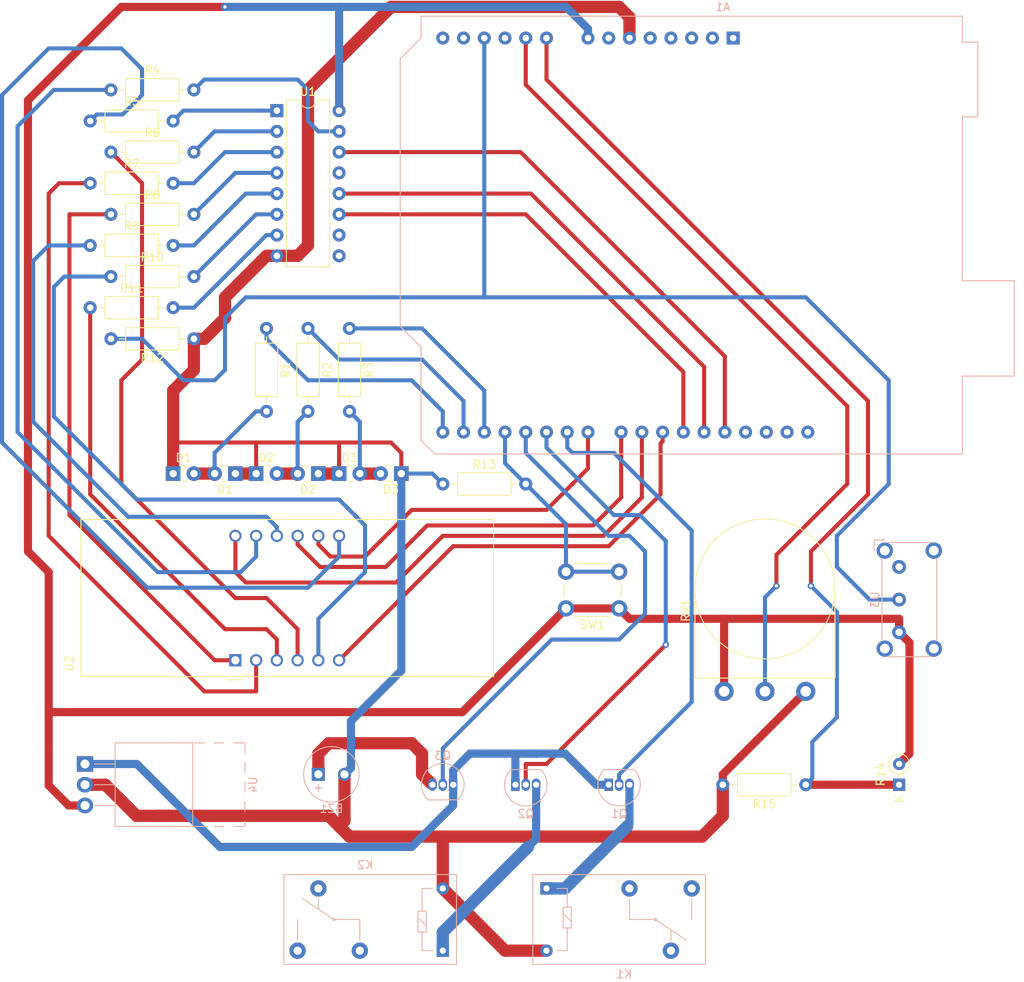
<source format=kicad_pcb>
(kicad_pcb (version 20171130) (host pcbnew "(5.0.0)")

  (general
    (thickness 1.6)
    (drawings 0)
    (tracks 316)
    (zones 0)
    (modules 34)
    (nets 66)
  )

  (page A4)
  (layers
    (0 F.Cu signal)
    (31 B.Cu signal)
    (32 B.Adhes user)
    (33 F.Adhes user)
    (34 B.Paste user)
    (35 F.Paste user)
    (36 B.SilkS user)
    (37 F.SilkS user)
    (38 B.Mask user)
    (39 F.Mask user)
    (40 Dwgs.User user)
    (41 Cmts.User user)
    (42 Eco1.User user)
    (43 Eco2.User user)
    (44 Edge.Cuts user)
    (45 Margin user)
    (46 B.CrtYd user)
    (47 F.CrtYd user)
    (48 B.Fab user)
    (49 F.Fab user)
  )

  (setup
    (last_trace_width 0.5)
    (user_trace_width 0.5)
    (user_trace_width 1)
    (user_trace_width 1.5)
    (trace_clearance 0.2)
    (zone_clearance 0.508)
    (zone_45_only no)
    (trace_min 0.2)
    (segment_width 0.2)
    (edge_width 0.1)
    (via_size 0.8)
    (via_drill 0.4)
    (via_min_size 0.4)
    (via_min_drill 0.3)
    (uvia_size 0.3)
    (uvia_drill 0.1)
    (uvias_allowed no)
    (uvia_min_size 0.2)
    (uvia_min_drill 0.1)
    (pcb_text_width 0.3)
    (pcb_text_size 1.5 1.5)
    (mod_edge_width 0.15)
    (mod_text_size 1 1)
    (mod_text_width 0.15)
    (pad_size 1.5 1.5)
    (pad_drill 0.6)
    (pad_to_mask_clearance 0)
    (aux_axis_origin 0 0)
    (visible_elements 7FFFFFFF)
    (pcbplotparams
      (layerselection 0x010fc_ffffffff)
      (usegerberextensions false)
      (usegerberattributes false)
      (usegerberadvancedattributes false)
      (creategerberjobfile false)
      (excludeedgelayer true)
      (linewidth 0.100000)
      (plotframeref false)
      (viasonmask false)
      (mode 1)
      (useauxorigin false)
      (hpglpennumber 1)
      (hpglpenspeed 20)
      (hpglpendiameter 15.000000)
      (psnegative false)
      (psa4output false)
      (plotreference true)
      (plotvalue true)
      (plotinvisibletext false)
      (padsonsilk false)
      (subtractmaskfromsilk false)
      (outputformat 1)
      (mirror false)
      (drillshape 1)
      (scaleselection 1)
      (outputdirectory ""))
  )

  (net 0 "")
  (net 1 "Net-(A1-Pad32)")
  (net 2 "Net-(A1-Pad31)")
  (net 3 "Net-(A1-Pad1)")
  (net 4 "Net-(A1-Pad17)")
  (net 5 "Net-(A1-Pad2)")
  (net 6 "Net-(A1-Pad18)")
  (net 7 "Net-(A1-Pad3)")
  (net 8 "Net-(A1-Pad19)")
  (net 9 "Net-(A1-Pad4)")
  (net 10 "Net-(A1-Pad20)")
  (net 11 "Net-(A1-Pad5)")
  (net 12 "Net-(A1-Pad21)")
  (net 13 GND)
  (net 14 "Net-(A1-Pad22)")
  (net 15 "Net-(A1-Pad7)")
  (net 16 "Net-(A1-Pad23)")
  (net 17 "Net-(A1-Pad8)")
  (net 18 "Net-(A1-Pad24)")
  (net 19 "Net-(A1-Pad9)")
  (net 20 "Net-(A1-Pad25)")
  (net 21 "Net-(A1-Pad10)")
  (net 22 "Net-(A1-Pad26)")
  (net 23 "Net-(A1-Pad11)")
  (net 24 "Net-(A1-Pad27)")
  (net 25 "Net-(A1-Pad12)")
  (net 26 "Net-(A1-Pad28)")
  (net 27 "Net-(A1-Pad13)")
  (net 28 "Net-(A1-Pad29)")
  (net 29 "Net-(A1-Pad14)")
  (net 30 "Net-(A1-Pad30)")
  (net 31 "Net-(A1-Pad15)")
  (net 32 "Net-(A1-Pad16)")
  (net 33 "Net-(BZ1-Pad1)")
  (net 34 "Net-(D1-Pad2)")
  (net 35 "Net-(D2-Pad2)")
  (net 36 "Net-(D3-Pad2)")
  (net 37 "Net-(K1-Pad4)")
  (net 38 "Net-(K1-Pad3)")
  (net 39 "Net-(K1-Pad2)")
  (net 40 "Net-(K1-Pad1)")
  (net 41 "Net-(K2-Pad1)")
  (net 42 "Net-(K2-Pad2)")
  (net 43 "Net-(K2-Pad3)")
  (net 44 "Net-(K2-Pad4)")
  (net 45 +12V)
  (net 46 "Net-(R4-Pad1)")
  (net 47 "Net-(R4-Pad2)")
  (net 48 "Net-(R5-Pad2)")
  (net 49 "Net-(R5-Pad1)")
  (net 50 "Net-(R6-Pad1)")
  (net 51 "Net-(R6-Pad2)")
  (net 52 "Net-(R7-Pad2)")
  (net 53 "Net-(R7-Pad1)")
  (net 54 "Net-(R8-Pad1)")
  (net 55 "Net-(R8-Pad2)")
  (net 56 "Net-(R9-Pad2)")
  (net 57 "Net-(R9-Pad1)")
  (net 58 "Net-(R10-Pad1)")
  (net 59 "Net-(R10-Pad2)")
  (net 60 "Net-(R11-Pad2)")
  (net 61 "Net-(R11-Pad1)")
  (net 62 "Net-(U1-Pad9)")
  (net 63 "Net-(U1-Pad10)")
  (net 64 "Net-(U1-Pad13)")
  (net 65 "Net-(U3-Pad1)")

  (net_class Default "This is the default net class."
    (clearance 0.2)
    (trace_width 0.25)
    (via_dia 0.8)
    (via_drill 0.4)
    (uvia_dia 0.3)
    (uvia_drill 0.1)
    (add_net +12V)
    (add_net GND)
    (add_net "Net-(A1-Pad1)")
    (add_net "Net-(A1-Pad10)")
    (add_net "Net-(A1-Pad11)")
    (add_net "Net-(A1-Pad12)")
    (add_net "Net-(A1-Pad13)")
    (add_net "Net-(A1-Pad14)")
    (add_net "Net-(A1-Pad15)")
    (add_net "Net-(A1-Pad16)")
    (add_net "Net-(A1-Pad17)")
    (add_net "Net-(A1-Pad18)")
    (add_net "Net-(A1-Pad19)")
    (add_net "Net-(A1-Pad2)")
    (add_net "Net-(A1-Pad20)")
    (add_net "Net-(A1-Pad21)")
    (add_net "Net-(A1-Pad22)")
    (add_net "Net-(A1-Pad23)")
    (add_net "Net-(A1-Pad24)")
    (add_net "Net-(A1-Pad25)")
    (add_net "Net-(A1-Pad26)")
    (add_net "Net-(A1-Pad27)")
    (add_net "Net-(A1-Pad28)")
    (add_net "Net-(A1-Pad29)")
    (add_net "Net-(A1-Pad3)")
    (add_net "Net-(A1-Pad30)")
    (add_net "Net-(A1-Pad31)")
    (add_net "Net-(A1-Pad32)")
    (add_net "Net-(A1-Pad4)")
    (add_net "Net-(A1-Pad5)")
    (add_net "Net-(A1-Pad7)")
    (add_net "Net-(A1-Pad8)")
    (add_net "Net-(A1-Pad9)")
    (add_net "Net-(BZ1-Pad1)")
    (add_net "Net-(D1-Pad2)")
    (add_net "Net-(D2-Pad2)")
    (add_net "Net-(D3-Pad2)")
    (add_net "Net-(K1-Pad1)")
    (add_net "Net-(K1-Pad2)")
    (add_net "Net-(K1-Pad3)")
    (add_net "Net-(K1-Pad4)")
    (add_net "Net-(K2-Pad1)")
    (add_net "Net-(K2-Pad2)")
    (add_net "Net-(K2-Pad3)")
    (add_net "Net-(K2-Pad4)")
    (add_net "Net-(R10-Pad1)")
    (add_net "Net-(R10-Pad2)")
    (add_net "Net-(R11-Pad1)")
    (add_net "Net-(R11-Pad2)")
    (add_net "Net-(R4-Pad1)")
    (add_net "Net-(R4-Pad2)")
    (add_net "Net-(R5-Pad1)")
    (add_net "Net-(R5-Pad2)")
    (add_net "Net-(R6-Pad1)")
    (add_net "Net-(R6-Pad2)")
    (add_net "Net-(R7-Pad1)")
    (add_net "Net-(R7-Pad2)")
    (add_net "Net-(R8-Pad1)")
    (add_net "Net-(R8-Pad2)")
    (add_net "Net-(R9-Pad1)")
    (add_net "Net-(R9-Pad2)")
    (add_net "Net-(U1-Pad10)")
    (add_net "Net-(U1-Pad13)")
    (add_net "Net-(U1-Pad9)")
    (add_net "Net-(U3-Pad1)")
  )

  (module Package_TO_SOT_THT:TO-220-3_Horizontal_TabUp (layer B.Cu) (tedit 5AC8BA0D) (tstamp 5D97F0E0)
    (at -208.28 52.705 270)
    (descr "TO-220-3, Horizontal, RM 2.54mm, see https://www.vishay.com/docs/66542/to-220-1.pdf")
    (tags "TO-220-3 Horizontal RM 2.54mm")
    (path /5D8B66BE)
    (fp_text reference U4 (at 2.54 -20.58 270) (layer B.SilkS)
      (effects (font (size 1 1) (thickness 0.15)) (justify mirror))
    )
    (fp_text value L7805 (at 2.54 2 270) (layer B.Fab)
      (effects (font (size 1 1) (thickness 0.15)) (justify mirror))
    )
    (fp_text user %R (at 2.54 -20.58 270) (layer B.Fab)
      (effects (font (size 1 1) (thickness 0.15)) (justify mirror))
    )
    (fp_line (start 7.79 1.25) (end -2.71 1.25) (layer B.CrtYd) (width 0.05))
    (fp_line (start 7.79 -19.71) (end 7.79 1.25) (layer B.CrtYd) (width 0.05))
    (fp_line (start -2.71 -19.71) (end 7.79 -19.71) (layer B.CrtYd) (width 0.05))
    (fp_line (start -2.71 1.25) (end -2.71 -19.71) (layer B.CrtYd) (width 0.05))
    (fp_line (start 5.08 -1.15) (end 5.08 -3.69) (layer B.SilkS) (width 0.12))
    (fp_line (start 2.54 -1.15) (end 2.54 -3.69) (layer B.SilkS) (width 0.12))
    (fp_line (start 0 -1.15) (end 0 -3.69) (layer B.SilkS) (width 0.12))
    (fp_line (start 7.66 -18.22) (end 7.66 -19.42) (layer B.SilkS) (width 0.12))
    (fp_line (start 7.66 -15.82) (end 7.66 -17.02) (layer B.SilkS) (width 0.12))
    (fp_line (start 7.66 -13.42) (end 7.66 -14.62) (layer B.SilkS) (width 0.12))
    (fp_line (start -2.58 -18.22) (end -2.58 -19.42) (layer B.SilkS) (width 0.12))
    (fp_line (start -2.58 -15.82) (end -2.58 -17.02) (layer B.SilkS) (width 0.12))
    (fp_line (start -2.58 -13.42) (end -2.58 -14.62) (layer B.SilkS) (width 0.12))
    (fp_line (start 7.02 -19.58) (end 7.66 -19.58) (layer B.SilkS) (width 0.12))
    (fp_line (start 4.62 -19.58) (end 5.82 -19.58) (layer B.SilkS) (width 0.12))
    (fp_line (start 2.22 -19.58) (end 3.42 -19.58) (layer B.SilkS) (width 0.12))
    (fp_line (start -0.181 -19.58) (end 1.02 -19.58) (layer B.SilkS) (width 0.12))
    (fp_line (start -2.58 -19.58) (end -1.38 -19.58) (layer B.SilkS) (width 0.12))
    (fp_line (start 7.66 -3.69) (end 7.66 -13.18) (layer B.SilkS) (width 0.12))
    (fp_line (start -2.58 -3.69) (end -2.58 -13.18) (layer B.SilkS) (width 0.12))
    (fp_line (start -2.58 -13.18) (end 7.66 -13.18) (layer B.SilkS) (width 0.12))
    (fp_line (start -2.58 -3.69) (end 7.66 -3.69) (layer B.SilkS) (width 0.12))
    (fp_line (start 5.08 -3.81) (end 5.08 0) (layer B.Fab) (width 0.1))
    (fp_line (start 2.54 -3.81) (end 2.54 0) (layer B.Fab) (width 0.1))
    (fp_line (start 0 -3.81) (end 0 0) (layer B.Fab) (width 0.1))
    (fp_line (start 7.54 -3.81) (end -2.46 -3.81) (layer B.Fab) (width 0.1))
    (fp_line (start 7.54 -13.06) (end 7.54 -3.81) (layer B.Fab) (width 0.1))
    (fp_line (start -2.46 -13.06) (end 7.54 -13.06) (layer B.Fab) (width 0.1))
    (fp_line (start -2.46 -3.81) (end -2.46 -13.06) (layer B.Fab) (width 0.1))
    (fp_line (start 7.54 -13.06) (end -2.46 -13.06) (layer B.Fab) (width 0.1))
    (fp_line (start 7.54 -19.46) (end 7.54 -13.06) (layer B.Fab) (width 0.1))
    (fp_line (start -2.46 -19.46) (end 7.54 -19.46) (layer B.Fab) (width 0.1))
    (fp_line (start -2.46 -13.06) (end -2.46 -19.46) (layer B.Fab) (width 0.1))
    (fp_circle (center 2.54 -16.66) (end 4.39 -16.66) (layer B.Fab) (width 0.1))
    (pad 3 thru_hole oval (at 5.08 0 270) (size 1.905 2) (drill 1.1) (layers *.Cu *.Mask)
      (net 17 "Net-(A1-Pad8)"))
    (pad 2 thru_hole oval (at 2.54 0 270) (size 1.905 2) (drill 1.1) (layers *.Cu *.Mask)
      (net 13 GND))
    (pad 1 thru_hole rect (at 0 0 270) (size 1.905 2) (drill 1.1) (layers *.Cu *.Mask)
      (net 45 +12V))
    (pad "" np_thru_hole oval (at 2.54 -16.66 270) (size 3.5 3.5) (drill 3.5) (layers *.Cu *.Mask))
    (model ${KISYS3DMOD}/Package_TO_SOT_THT.3dshapes/TO-220-3_Horizontal_TabUp.wrl
      (at (xyz 0 0 0))
      (scale (xyz 1 1 1))
      (rotate (xyz 0 0 0))
    )
  )

  (module Resistor_THT:R_Axial_DIN0207_L6.3mm_D2.5mm_P10.16mm_Horizontal (layer F.Cu) (tedit 5AE5139B) (tstamp 5D97F003)
    (at -164.465 18.415)
    (descr "Resistor, Axial_DIN0207 series, Axial, Horizontal, pin pitch=10.16mm, 0.25W = 1/4W, length*diameter=6.3*2.5mm^2, http://cdn-reichelt.de/documents/datenblatt/B400/1_4W%23YAG.pdf")
    (tags "Resistor Axial_DIN0207 series Axial Horizontal pin pitch 10.16mm 0.25W = 1/4W length 6.3mm diameter 2.5mm")
    (path /5D8CB201)
    (fp_text reference R13 (at 5.08 -2.37) (layer F.SilkS)
      (effects (font (size 1 1) (thickness 0.15)))
    )
    (fp_text value R (at 5.08 2.37) (layer F.Fab)
      (effects (font (size 1 1) (thickness 0.15)))
    )
    (fp_text user %R (at 5.08 0) (layer F.Fab)
      (effects (font (size 1 1) (thickness 0.15)))
    )
    (fp_line (start 11.21 -1.5) (end -1.05 -1.5) (layer F.CrtYd) (width 0.05))
    (fp_line (start 11.21 1.5) (end 11.21 -1.5) (layer F.CrtYd) (width 0.05))
    (fp_line (start -1.05 1.5) (end 11.21 1.5) (layer F.CrtYd) (width 0.05))
    (fp_line (start -1.05 -1.5) (end -1.05 1.5) (layer F.CrtYd) (width 0.05))
    (fp_line (start 9.12 0) (end 8.35 0) (layer F.SilkS) (width 0.12))
    (fp_line (start 1.04 0) (end 1.81 0) (layer F.SilkS) (width 0.12))
    (fp_line (start 8.35 -1.37) (end 1.81 -1.37) (layer F.SilkS) (width 0.12))
    (fp_line (start 8.35 1.37) (end 8.35 -1.37) (layer F.SilkS) (width 0.12))
    (fp_line (start 1.81 1.37) (end 8.35 1.37) (layer F.SilkS) (width 0.12))
    (fp_line (start 1.81 -1.37) (end 1.81 1.37) (layer F.SilkS) (width 0.12))
    (fp_line (start 10.16 0) (end 8.23 0) (layer F.Fab) (width 0.1))
    (fp_line (start 0 0) (end 1.93 0) (layer F.Fab) (width 0.1))
    (fp_line (start 8.23 -1.25) (end 1.93 -1.25) (layer F.Fab) (width 0.1))
    (fp_line (start 8.23 1.25) (end 8.23 -1.25) (layer F.Fab) (width 0.1))
    (fp_line (start 1.93 1.25) (end 8.23 1.25) (layer F.Fab) (width 0.1))
    (fp_line (start 1.93 -1.25) (end 1.93 1.25) (layer F.Fab) (width 0.1))
    (pad 2 thru_hole oval (at 10.16 0) (size 1.6 1.6) (drill 0.8) (layers *.Cu *.Mask)
      (net 6 "Net-(A1-Pad18)"))
    (pad 1 thru_hole circle (at 0 0) (size 1.6 1.6) (drill 0.8) (layers *.Cu *.Mask)
      (net 13 GND))
    (model ${KISYS3DMOD}/Resistor_THT.3dshapes/R_Axial_DIN0207_L6.3mm_D2.5mm_P10.16mm_Horizontal.wrl
      (at (xyz 0 0 0))
      (scale (xyz 1 1 1))
      (rotate (xyz 0 0 0))
    )
  )

  (module LED_THT:LED_Rectangular_W3.9mm_H1.8mm (layer F.Cu) (tedit 587A3A7B) (tstamp 5D985B33)
    (at -169.545 17.145 180)
    (descr "LED_Rectangular, Rectangular,  Rectangular size 3.9x1.8mm^2, 2 pins, http://www.kingbright.com/attachments/file/psearch/000/00/00/L-2774GD(Ver.7B).pdf")
    (tags "LED_Rectangular Rectangular  Rectangular size 3.9x1.8mm^2 2 pins")
    (path /5D917C89)
    (fp_text reference D3 (at 1.27 -1.935 180) (layer F.SilkS)
      (effects (font (size 1 1) (thickness 0.15)))
    )
    (fp_text value otherLED (at 1.27 1.935 180) (layer F.Fab)
      (effects (font (size 1 1) (thickness 0.15)))
    )
    (fp_line (start 3.7 -1.2) (end -1.15 -1.2) (layer F.CrtYd) (width 0.05))
    (fp_line (start 3.7 1.2) (end 3.7 -1.2) (layer F.CrtYd) (width 0.05))
    (fp_line (start -1.15 1.2) (end 3.7 1.2) (layer F.CrtYd) (width 0.05))
    (fp_line (start -1.15 -1.2) (end -1.15 1.2) (layer F.CrtYd) (width 0.05))
    (fp_line (start 3.28 0.825) (end 3.28 0.935) (layer F.SilkS) (width 0.12))
    (fp_line (start 3.28 -0.935) (end 3.28 -0.825) (layer F.SilkS) (width 0.12))
    (fp_line (start 3.27 0.935) (end 3.28 0.935) (layer F.SilkS) (width 0.12))
    (fp_line (start 1.08 0.935) (end 1.811 0.935) (layer F.SilkS) (width 0.12))
    (fp_line (start 3.27 -0.935) (end 3.28 -0.935) (layer F.SilkS) (width 0.12))
    (fp_line (start 1.08 -0.935) (end 1.811 -0.935) (layer F.SilkS) (width 0.12))
    (fp_line (start 3.22 -0.875) (end -0.68 -0.875) (layer F.Fab) (width 0.1))
    (fp_line (start 3.22 0.875) (end 3.22 -0.875) (layer F.Fab) (width 0.1))
    (fp_line (start -0.68 0.875) (end 3.22 0.875) (layer F.Fab) (width 0.1))
    (fp_line (start -0.68 -0.875) (end -0.68 0.875) (layer F.Fab) (width 0.1))
    (pad 2 thru_hole circle (at 2.54 0 180) (size 1.8 1.8) (drill 0.9) (layers *.Cu *.Mask)
      (net 36 "Net-(D3-Pad2)"))
    (pad 1 thru_hole rect (at 0 0 180) (size 1.8 1.8) (drill 0.9) (layers *.Cu *.Mask)
      (net 13 GND))
    (model ${KISYS3DMOD}/LED_THT.3dshapes/LED_Rectangular_W3.9mm_H1.8mm.wrl
      (at (xyz 0 0 0))
      (scale (xyz 1 1 1))
      (rotate (xyz 0 0 0))
    )
  )

  (module LED_THT:LED_Rectangular_W3.9mm_H1.8mm (layer F.Cu) (tedit 587A3A7B) (tstamp 5D9856CA)
    (at -179.705 17.145 180)
    (descr "LED_Rectangular, Rectangular,  Rectangular size 3.9x1.8mm^2, 2 pins, http://www.kingbright.com/attachments/file/psearch/000/00/00/L-2774GD(Ver.7B).pdf")
    (tags "LED_Rectangular Rectangular  Rectangular size 3.9x1.8mm^2 2 pins")
    (path /5D917C49)
    (fp_text reference D2 (at 1.27 -1.935 180) (layer F.SilkS)
      (effects (font (size 1 1) (thickness 0.15)))
    )
    (fp_text value offLED (at 1.27 1.935 180) (layer F.Fab)
      (effects (font (size 1 1) (thickness 0.15)))
    )
    (fp_line (start -0.68 -0.875) (end -0.68 0.875) (layer F.Fab) (width 0.1))
    (fp_line (start -0.68 0.875) (end 3.22 0.875) (layer F.Fab) (width 0.1))
    (fp_line (start 3.22 0.875) (end 3.22 -0.875) (layer F.Fab) (width 0.1))
    (fp_line (start 3.22 -0.875) (end -0.68 -0.875) (layer F.Fab) (width 0.1))
    (fp_line (start 1.08 -0.935) (end 1.811 -0.935) (layer F.SilkS) (width 0.12))
    (fp_line (start 3.27 -0.935) (end 3.28 -0.935) (layer F.SilkS) (width 0.12))
    (fp_line (start 1.08 0.935) (end 1.811 0.935) (layer F.SilkS) (width 0.12))
    (fp_line (start 3.27 0.935) (end 3.28 0.935) (layer F.SilkS) (width 0.12))
    (fp_line (start 3.28 -0.935) (end 3.28 -0.825) (layer F.SilkS) (width 0.12))
    (fp_line (start 3.28 0.825) (end 3.28 0.935) (layer F.SilkS) (width 0.12))
    (fp_line (start -1.15 -1.2) (end -1.15 1.2) (layer F.CrtYd) (width 0.05))
    (fp_line (start -1.15 1.2) (end 3.7 1.2) (layer F.CrtYd) (width 0.05))
    (fp_line (start 3.7 1.2) (end 3.7 -1.2) (layer F.CrtYd) (width 0.05))
    (fp_line (start 3.7 -1.2) (end -1.15 -1.2) (layer F.CrtYd) (width 0.05))
    (pad 1 thru_hole rect (at 0 0 180) (size 1.8 1.8) (drill 0.9) (layers *.Cu *.Mask)
      (net 13 GND))
    (pad 2 thru_hole circle (at 2.54 0 180) (size 1.8 1.8) (drill 0.9) (layers *.Cu *.Mask)
      (net 35 "Net-(D2-Pad2)"))
    (model ${KISYS3DMOD}/LED_THT.3dshapes/LED_Rectangular_W3.9mm_H1.8mm.wrl
      (at (xyz 0 0 0))
      (scale (xyz 1 1 1))
      (rotate (xyz 0 0 0))
    )
  )

  (module LED_THT:LED_Rectangular_W3.9mm_H1.8mm (layer F.Cu) (tedit 587A3A7B) (tstamp 5D985460)
    (at -189.865 17.145 180)
    (descr "LED_Rectangular, Rectangular,  Rectangular size 3.9x1.8mm^2, 2 pins, http://www.kingbright.com/attachments/file/psearch/000/00/00/L-2774GD(Ver.7B).pdf")
    (tags "LED_Rectangular Rectangular  Rectangular size 3.9x1.8mm^2 2 pins")
    (path /5D917BBD)
    (fp_text reference D1 (at 1.27 -1.935 180) (layer F.SilkS)
      (effects (font (size 1 1) (thickness 0.15)))
    )
    (fp_text value onLED (at 1.27 1.935 180) (layer F.Fab)
      (effects (font (size 1 1) (thickness 0.15)))
    )
    (fp_line (start 3.7 -1.2) (end -1.15 -1.2) (layer F.CrtYd) (width 0.05))
    (fp_line (start 3.7 1.2) (end 3.7 -1.2) (layer F.CrtYd) (width 0.05))
    (fp_line (start -1.15 1.2) (end 3.7 1.2) (layer F.CrtYd) (width 0.05))
    (fp_line (start -1.15 -1.2) (end -1.15 1.2) (layer F.CrtYd) (width 0.05))
    (fp_line (start 3.28 0.825) (end 3.28 0.935) (layer F.SilkS) (width 0.12))
    (fp_line (start 3.28 -0.935) (end 3.28 -0.825) (layer F.SilkS) (width 0.12))
    (fp_line (start 3.27 0.935) (end 3.28 0.935) (layer F.SilkS) (width 0.12))
    (fp_line (start 1.08 0.935) (end 1.811 0.935) (layer F.SilkS) (width 0.12))
    (fp_line (start 3.27 -0.935) (end 3.28 -0.935) (layer F.SilkS) (width 0.12))
    (fp_line (start 1.08 -0.935) (end 1.811 -0.935) (layer F.SilkS) (width 0.12))
    (fp_line (start 3.22 -0.875) (end -0.68 -0.875) (layer F.Fab) (width 0.1))
    (fp_line (start 3.22 0.875) (end 3.22 -0.875) (layer F.Fab) (width 0.1))
    (fp_line (start -0.68 0.875) (end 3.22 0.875) (layer F.Fab) (width 0.1))
    (fp_line (start -0.68 -0.875) (end -0.68 0.875) (layer F.Fab) (width 0.1))
    (pad 2 thru_hole circle (at 2.54 0 180) (size 1.8 1.8) (drill 0.9) (layers *.Cu *.Mask)
      (net 34 "Net-(D1-Pad2)"))
    (pad 1 thru_hole rect (at 0 0 180) (size 1.8 1.8) (drill 0.9) (layers *.Cu *.Mask)
      (net 13 GND))
    (model ${KISYS3DMOD}/LED_THT.3dshapes/LED_Rectangular_W3.9mm_H1.8mm.wrl
      (at (xyz 0 0 0))
      (scale (xyz 1 1 1))
      (rotate (xyz 0 0 0))
    )
  )

  (module Module:Arduino_UNO_R3 (layer B.Cu) (tedit 58AB60FC) (tstamp 5D97EE09)
    (at -128.905 -36.195 180)
    (descr "Arduino UNO R3, http://www.mouser.com/pdfdocs/Gravitech_Arduino_Nano3_0.pdf")
    (tags "Arduino UNO R3")
    (path /5D8B65A8)
    (fp_text reference A1 (at 1.27 3.81) (layer B.SilkS)
      (effects (font (size 1 1) (thickness 0.15)) (justify mirror))
    )
    (fp_text value Arduino_UNO_R3 (at 0 -22.86 180) (layer B.Fab)
      (effects (font (size 1 1) (thickness 0.15)) (justify mirror))
    )
    (fp_text user %R (at 0 -20.32) (layer B.Fab)
      (effects (font (size 1 1) (thickness 0.15)) (justify mirror))
    )
    (fp_line (start 38.35 2.79) (end 38.35 0) (layer B.CrtYd) (width 0.05))
    (fp_line (start 38.35 0) (end 40.89 -2.54) (layer B.CrtYd) (width 0.05))
    (fp_line (start 40.89 -2.54) (end 40.89 -35.31) (layer B.CrtYd) (width 0.05))
    (fp_line (start 40.89 -35.31) (end 38.35 -37.85) (layer B.CrtYd) (width 0.05))
    (fp_line (start 38.35 -37.85) (end 38.35 -49.28) (layer B.CrtYd) (width 0.05))
    (fp_line (start 38.35 -49.28) (end 36.58 -51.05) (layer B.CrtYd) (width 0.05))
    (fp_line (start 36.58 -51.05) (end -28.19 -51.05) (layer B.CrtYd) (width 0.05))
    (fp_line (start -28.19 -51.05) (end -28.19 -41.53) (layer B.CrtYd) (width 0.05))
    (fp_line (start -28.19 -41.53) (end -34.54 -41.53) (layer B.CrtYd) (width 0.05))
    (fp_line (start -34.54 -41.53) (end -34.54 -29.59) (layer B.CrtYd) (width 0.05))
    (fp_line (start -34.54 -29.59) (end -28.19 -29.59) (layer B.CrtYd) (width 0.05))
    (fp_line (start -28.19 -29.59) (end -28.19 -9.78) (layer B.CrtYd) (width 0.05))
    (fp_line (start -28.19 -9.78) (end -30.1 -9.78) (layer B.CrtYd) (width 0.05))
    (fp_line (start -30.1 -9.78) (end -30.1 -0.38) (layer B.CrtYd) (width 0.05))
    (fp_line (start -30.1 -0.38) (end -28.19 -0.38) (layer B.CrtYd) (width 0.05))
    (fp_line (start -28.19 -0.38) (end -28.19 2.79) (layer B.CrtYd) (width 0.05))
    (fp_line (start -28.19 2.79) (end 38.35 2.79) (layer B.CrtYd) (width 0.05))
    (fp_line (start 40.77 -35.31) (end 40.77 -2.54) (layer B.SilkS) (width 0.12))
    (fp_line (start 40.77 -2.54) (end 38.23 0) (layer B.SilkS) (width 0.12))
    (fp_line (start 38.23 0) (end 38.23 2.67) (layer B.SilkS) (width 0.12))
    (fp_line (start 38.23 2.67) (end -28.07 2.67) (layer B.SilkS) (width 0.12))
    (fp_line (start -28.07 2.67) (end -28.07 -0.51) (layer B.SilkS) (width 0.12))
    (fp_line (start -28.07 -0.51) (end -29.97 -0.51) (layer B.SilkS) (width 0.12))
    (fp_line (start -29.97 -0.51) (end -29.97 -9.65) (layer B.SilkS) (width 0.12))
    (fp_line (start -29.97 -9.65) (end -28.07 -9.65) (layer B.SilkS) (width 0.12))
    (fp_line (start -28.07 -9.65) (end -28.07 -29.72) (layer B.SilkS) (width 0.12))
    (fp_line (start -28.07 -29.72) (end -34.42 -29.72) (layer B.SilkS) (width 0.12))
    (fp_line (start -34.42 -29.72) (end -34.42 -41.4) (layer B.SilkS) (width 0.12))
    (fp_line (start -34.42 -41.4) (end -28.07 -41.4) (layer B.SilkS) (width 0.12))
    (fp_line (start -28.07 -41.4) (end -28.07 -50.93) (layer B.SilkS) (width 0.12))
    (fp_line (start -28.07 -50.93) (end 36.58 -50.93) (layer B.SilkS) (width 0.12))
    (fp_line (start 36.58 -50.93) (end 38.23 -49.28) (layer B.SilkS) (width 0.12))
    (fp_line (start 38.23 -49.28) (end 38.23 -37.85) (layer B.SilkS) (width 0.12))
    (fp_line (start 38.23 -37.85) (end 40.77 -35.31) (layer B.SilkS) (width 0.12))
    (fp_line (start -34.29 -29.84) (end -18.41 -29.84) (layer B.Fab) (width 0.1))
    (fp_line (start -18.41 -29.84) (end -18.41 -41.27) (layer B.Fab) (width 0.1))
    (fp_line (start -18.41 -41.27) (end -34.29 -41.27) (layer B.Fab) (width 0.1))
    (fp_line (start -34.29 -41.27) (end -34.29 -29.84) (layer B.Fab) (width 0.1))
    (fp_line (start -29.84 -0.64) (end -16.51 -0.64) (layer B.Fab) (width 0.1))
    (fp_line (start -16.51 -0.64) (end -16.51 -9.53) (layer B.Fab) (width 0.1))
    (fp_line (start -16.51 -9.53) (end -29.84 -9.53) (layer B.Fab) (width 0.1))
    (fp_line (start -29.84 -9.53) (end -29.84 -0.64) (layer B.Fab) (width 0.1))
    (fp_line (start 38.1 -37.85) (end 38.1 -49.28) (layer B.Fab) (width 0.1))
    (fp_line (start 40.64 -2.54) (end 40.64 -35.31) (layer B.Fab) (width 0.1))
    (fp_line (start 40.64 -35.31) (end 38.1 -37.85) (layer B.Fab) (width 0.1))
    (fp_line (start 38.1 2.54) (end 38.1 0) (layer B.Fab) (width 0.1))
    (fp_line (start 38.1 0) (end 40.64 -2.54) (layer B.Fab) (width 0.1))
    (fp_line (start 38.1 -49.28) (end 36.58 -50.8) (layer B.Fab) (width 0.1))
    (fp_line (start 36.58 -50.8) (end -27.94 -50.8) (layer B.Fab) (width 0.1))
    (fp_line (start -27.94 -50.8) (end -27.94 2.54) (layer B.Fab) (width 0.1))
    (fp_line (start -27.94 2.54) (end 38.1 2.54) (layer B.Fab) (width 0.1))
    (pad 32 thru_hole oval (at -9.14 -48.26 90) (size 1.6 1.6) (drill 0.8) (layers *.Cu *.Mask)
      (net 1 "Net-(A1-Pad32)"))
    (pad 31 thru_hole oval (at -6.6 -48.26 90) (size 1.6 1.6) (drill 0.8) (layers *.Cu *.Mask)
      (net 2 "Net-(A1-Pad31)"))
    (pad 1 thru_hole rect (at 0 0 90) (size 1.6 1.6) (drill 0.8) (layers *.Cu *.Mask)
      (net 3 "Net-(A1-Pad1)"))
    (pad 17 thru_hole oval (at 30.48 -48.26 90) (size 1.6 1.6) (drill 0.8) (layers *.Cu *.Mask)
      (net 4 "Net-(A1-Pad17)"))
    (pad 2 thru_hole oval (at 2.54 0 90) (size 1.6 1.6) (drill 0.8) (layers *.Cu *.Mask)
      (net 5 "Net-(A1-Pad2)"))
    (pad 18 thru_hole oval (at 27.94 -48.26 90) (size 1.6 1.6) (drill 0.8) (layers *.Cu *.Mask)
      (net 6 "Net-(A1-Pad18)"))
    (pad 3 thru_hole oval (at 5.08 0 90) (size 1.6 1.6) (drill 0.8) (layers *.Cu *.Mask)
      (net 7 "Net-(A1-Pad3)"))
    (pad 19 thru_hole oval (at 25.4 -48.26 90) (size 1.6 1.6) (drill 0.8) (layers *.Cu *.Mask)
      (net 8 "Net-(A1-Pad19)"))
    (pad 4 thru_hole oval (at 7.62 0 90) (size 1.6 1.6) (drill 0.8) (layers *.Cu *.Mask)
      (net 9 "Net-(A1-Pad4)"))
    (pad 20 thru_hole oval (at 22.86 -48.26 90) (size 1.6 1.6) (drill 0.8) (layers *.Cu *.Mask)
      (net 10 "Net-(A1-Pad20)"))
    (pad 5 thru_hole oval (at 10.16 0 90) (size 1.6 1.6) (drill 0.8) (layers *.Cu *.Mask)
      (net 11 "Net-(A1-Pad5)"))
    (pad 21 thru_hole oval (at 20.32 -48.26 90) (size 1.6 1.6) (drill 0.8) (layers *.Cu *.Mask)
      (net 12 "Net-(A1-Pad21)"))
    (pad 6 thru_hole oval (at 12.7 0 90) (size 1.6 1.6) (drill 0.8) (layers *.Cu *.Mask)
      (net 13 GND))
    (pad 22 thru_hole oval (at 17.78 -48.26 90) (size 1.6 1.6) (drill 0.8) (layers *.Cu *.Mask)
      (net 14 "Net-(A1-Pad22)"))
    (pad 7 thru_hole oval (at 15.24 0 90) (size 1.6 1.6) (drill 0.8) (layers *.Cu *.Mask)
      (net 15 "Net-(A1-Pad7)"))
    (pad 23 thru_hole oval (at 13.72 -48.26 90) (size 1.6 1.6) (drill 0.8) (layers *.Cu *.Mask)
      (net 16 "Net-(A1-Pad23)"))
    (pad 8 thru_hole oval (at 17.78 0 90) (size 1.6 1.6) (drill 0.8) (layers *.Cu *.Mask)
      (net 17 "Net-(A1-Pad8)"))
    (pad 24 thru_hole oval (at 11.18 -48.26 90) (size 1.6 1.6) (drill 0.8) (layers *.Cu *.Mask)
      (net 18 "Net-(A1-Pad24)"))
    (pad 9 thru_hole oval (at 22.86 0 90) (size 1.6 1.6) (drill 0.8) (layers *.Cu *.Mask)
      (net 19 "Net-(A1-Pad9)"))
    (pad 25 thru_hole oval (at 8.64 -48.26 90) (size 1.6 1.6) (drill 0.8) (layers *.Cu *.Mask)
      (net 20 "Net-(A1-Pad25)"))
    (pad 10 thru_hole oval (at 25.4 0 90) (size 1.6 1.6) (drill 0.8) (layers *.Cu *.Mask)
      (net 21 "Net-(A1-Pad10)"))
    (pad 26 thru_hole oval (at 6.1 -48.26 90) (size 1.6 1.6) (drill 0.8) (layers *.Cu *.Mask)
      (net 22 "Net-(A1-Pad26)"))
    (pad 11 thru_hole oval (at 27.94 0 90) (size 1.6 1.6) (drill 0.8) (layers *.Cu *.Mask)
      (net 23 "Net-(A1-Pad11)"))
    (pad 27 thru_hole oval (at 3.56 -48.26 90) (size 1.6 1.6) (drill 0.8) (layers *.Cu *.Mask)
      (net 24 "Net-(A1-Pad27)"))
    (pad 12 thru_hole oval (at 30.48 0 90) (size 1.6 1.6) (drill 0.8) (layers *.Cu *.Mask)
      (net 25 "Net-(A1-Pad12)"))
    (pad 28 thru_hole oval (at 1.02 -48.26 90) (size 1.6 1.6) (drill 0.8) (layers *.Cu *.Mask)
      (net 26 "Net-(A1-Pad28)"))
    (pad 13 thru_hole oval (at 33.02 0 90) (size 1.6 1.6) (drill 0.8) (layers *.Cu *.Mask)
      (net 27 "Net-(A1-Pad13)"))
    (pad 29 thru_hole oval (at -1.52 -48.26 90) (size 1.6 1.6) (drill 0.8) (layers *.Cu *.Mask)
      (net 28 "Net-(A1-Pad29)"))
    (pad 14 thru_hole oval (at 35.56 0 90) (size 1.6 1.6) (drill 0.8) (layers *.Cu *.Mask)
      (net 29 "Net-(A1-Pad14)"))
    (pad 30 thru_hole oval (at -4.06 -48.26 90) (size 1.6 1.6) (drill 0.8) (layers *.Cu *.Mask)
      (net 30 "Net-(A1-Pad30)"))
    (pad 15 thru_hole oval (at 35.56 -48.26 90) (size 1.6 1.6) (drill 0.8) (layers *.Cu *.Mask)
      (net 31 "Net-(A1-Pad15)"))
    (pad 16 thru_hole oval (at 33.02 -48.26 90) (size 1.6 1.6) (drill 0.8) (layers *.Cu *.Mask)
      (net 32 "Net-(A1-Pad16)"))
    (model ${KISYS3DMOD}/Module.3dshapes/Arduino_UNO_R3.wrl
      (at (xyz 0 0 0))
      (scale (xyz 1 1 1))
      (rotate (xyz 0 0 0))
    )
  )

  (module Buzzer_Beeper:MagneticBuzzer_Kingstate_KCG0601 (layer B.Cu) (tedit 5A030281) (tstamp 5D97EE16)
    (at -179.705 53.975)
    (descr "Buzzer, Elektromagnetic Beeper, Summer,")
    (tags "Kingstate KCG0601 ")
    (path /5D94360E)
    (fp_text reference BZ1 (at 1.6 4.2) (layer B.SilkS)
      (effects (font (size 1 1) (thickness 0.15)) (justify mirror))
    )
    (fp_text value Buzzer (at 1.6 -4.4) (layer B.Fab)
      (effects (font (size 1 1) (thickness 0.15)) (justify mirror))
    )
    (fp_text user + (at 0 1.6) (layer B.SilkS)
      (effects (font (size 1 1) (thickness 0.15)) (justify mirror))
    )
    (fp_text user + (at 0 1.6) (layer B.Fab)
      (effects (font (size 1 1) (thickness 0.15)) (justify mirror))
    )
    (fp_circle (center 1.6 0) (end 5.15 0) (layer B.CrtYd) (width 0.05))
    (fp_circle (center 1.6 0) (end 4.9 0) (layer B.Fab) (width 0.1))
    (fp_circle (center 1.6 0) (end 2.4 0) (layer B.Fab) (width 0.1))
    (fp_text user %R (at 1.6 4.2) (layer B.Fab)
      (effects (font (size 1 1) (thickness 0.15)) (justify mirror))
    )
    (fp_circle (center 1.6 0) (end 5 0) (layer B.SilkS) (width 0.12))
    (pad 1 thru_hole rect (at 0 0) (size 1.6 1.6) (drill 1) (layers *.Cu *.Mask)
      (net 33 "Net-(BZ1-Pad1)"))
    (pad 2 thru_hole circle (at 3.2 0) (size 1.6 1.6) (drill 1) (layers *.Cu *.Mask)
      (net 13 GND))
    (model ${KISYS3DMOD}/Buzzer_Beeper.3dshapes/MagneticBuzzer_Kingstate_KCG0601.wrl
      (at (xyz 0 0 0))
      (scale (xyz 1 1 1))
      (rotate (xyz 0 0 0))
    )
  )

  (module LED_THT:LED_Rectangular_W3.9mm_H1.8mm (layer F.Cu) (tedit 587A3A7B) (tstamp 5D97EE2A)
    (at -197.485 17.145)
    (descr "LED_Rectangular, Rectangular,  Rectangular size 3.9x1.8mm^2, 2 pins, http://www.kingbright.com/attachments/file/psearch/000/00/00/L-2774GD(Ver.7B).pdf")
    (tags "LED_Rectangular Rectangular  Rectangular size 3.9x1.8mm^2 2 pins")
    (path /5D917BBD)
    (fp_text reference D1 (at 1.27 -1.935) (layer F.SilkS)
      (effects (font (size 1 1) (thickness 0.15)))
    )
    (fp_text value onLED (at 1.27 1.935) (layer F.Fab)
      (effects (font (size 1 1) (thickness 0.15)))
    )
    (fp_line (start -0.68 -0.875) (end -0.68 0.875) (layer F.Fab) (width 0.1))
    (fp_line (start -0.68 0.875) (end 3.22 0.875) (layer F.Fab) (width 0.1))
    (fp_line (start 3.22 0.875) (end 3.22 -0.875) (layer F.Fab) (width 0.1))
    (fp_line (start 3.22 -0.875) (end -0.68 -0.875) (layer F.Fab) (width 0.1))
    (fp_line (start 1.08 -0.935) (end 1.811 -0.935) (layer F.SilkS) (width 0.12))
    (fp_line (start 3.27 -0.935) (end 3.28 -0.935) (layer F.SilkS) (width 0.12))
    (fp_line (start 1.08 0.935) (end 1.811 0.935) (layer F.SilkS) (width 0.12))
    (fp_line (start 3.27 0.935) (end 3.28 0.935) (layer F.SilkS) (width 0.12))
    (fp_line (start 3.28 -0.935) (end 3.28 -0.825) (layer F.SilkS) (width 0.12))
    (fp_line (start 3.28 0.825) (end 3.28 0.935) (layer F.SilkS) (width 0.12))
    (fp_line (start -1.15 -1.2) (end -1.15 1.2) (layer F.CrtYd) (width 0.05))
    (fp_line (start -1.15 1.2) (end 3.7 1.2) (layer F.CrtYd) (width 0.05))
    (fp_line (start 3.7 1.2) (end 3.7 -1.2) (layer F.CrtYd) (width 0.05))
    (fp_line (start 3.7 -1.2) (end -1.15 -1.2) (layer F.CrtYd) (width 0.05))
    (pad 1 thru_hole rect (at 0 0) (size 1.8 1.8) (drill 0.9) (layers *.Cu *.Mask)
      (net 13 GND))
    (pad 2 thru_hole circle (at 2.54 0) (size 1.8 1.8) (drill 0.9) (layers *.Cu *.Mask)
      (net 34 "Net-(D1-Pad2)"))
    (model ${KISYS3DMOD}/LED_THT.3dshapes/LED_Rectangular_W3.9mm_H1.8mm.wrl
      (at (xyz 0 0 0))
      (scale (xyz 1 1 1))
      (rotate (xyz 0 0 0))
    )
  )

  (module LED_THT:LED_Rectangular_W3.9mm_H1.8mm (layer F.Cu) (tedit 587A3A7B) (tstamp 5D97EE3E)
    (at -187.325 17.145)
    (descr "LED_Rectangular, Rectangular,  Rectangular size 3.9x1.8mm^2, 2 pins, http://www.kingbright.com/attachments/file/psearch/000/00/00/L-2774GD(Ver.7B).pdf")
    (tags "LED_Rectangular Rectangular  Rectangular size 3.9x1.8mm^2 2 pins")
    (path /5D917C49)
    (fp_text reference D2 (at 1.27 -1.935) (layer F.SilkS)
      (effects (font (size 1 1) (thickness 0.15)))
    )
    (fp_text value offLED (at 1.27 1.935) (layer F.Fab)
      (effects (font (size 1 1) (thickness 0.15)))
    )
    (fp_line (start 3.7 -1.2) (end -1.15 -1.2) (layer F.CrtYd) (width 0.05))
    (fp_line (start 3.7 1.2) (end 3.7 -1.2) (layer F.CrtYd) (width 0.05))
    (fp_line (start -1.15 1.2) (end 3.7 1.2) (layer F.CrtYd) (width 0.05))
    (fp_line (start -1.15 -1.2) (end -1.15 1.2) (layer F.CrtYd) (width 0.05))
    (fp_line (start 3.28 0.825) (end 3.28 0.935) (layer F.SilkS) (width 0.12))
    (fp_line (start 3.28 -0.935) (end 3.28 -0.825) (layer F.SilkS) (width 0.12))
    (fp_line (start 3.27 0.935) (end 3.28 0.935) (layer F.SilkS) (width 0.12))
    (fp_line (start 1.08 0.935) (end 1.811 0.935) (layer F.SilkS) (width 0.12))
    (fp_line (start 3.27 -0.935) (end 3.28 -0.935) (layer F.SilkS) (width 0.12))
    (fp_line (start 1.08 -0.935) (end 1.811 -0.935) (layer F.SilkS) (width 0.12))
    (fp_line (start 3.22 -0.875) (end -0.68 -0.875) (layer F.Fab) (width 0.1))
    (fp_line (start 3.22 0.875) (end 3.22 -0.875) (layer F.Fab) (width 0.1))
    (fp_line (start -0.68 0.875) (end 3.22 0.875) (layer F.Fab) (width 0.1))
    (fp_line (start -0.68 -0.875) (end -0.68 0.875) (layer F.Fab) (width 0.1))
    (pad 2 thru_hole circle (at 2.54 0) (size 1.8 1.8) (drill 0.9) (layers *.Cu *.Mask)
      (net 35 "Net-(D2-Pad2)"))
    (pad 1 thru_hole rect (at 0 0) (size 1.8 1.8) (drill 0.9) (layers *.Cu *.Mask)
      (net 13 GND))
    (model ${KISYS3DMOD}/LED_THT.3dshapes/LED_Rectangular_W3.9mm_H1.8mm.wrl
      (at (xyz 0 0 0))
      (scale (xyz 1 1 1))
      (rotate (xyz 0 0 0))
    )
  )

  (module LED_THT:LED_Rectangular_W3.9mm_H1.8mm (layer F.Cu) (tedit 587A3A7B) (tstamp 5D97EE52)
    (at -177.165 17.145)
    (descr "LED_Rectangular, Rectangular,  Rectangular size 3.9x1.8mm^2, 2 pins, http://www.kingbright.com/attachments/file/psearch/000/00/00/L-2774GD(Ver.7B).pdf")
    (tags "LED_Rectangular Rectangular  Rectangular size 3.9x1.8mm^2 2 pins")
    (path /5D917C89)
    (fp_text reference D3 (at 1.27 -1.935) (layer F.SilkS)
      (effects (font (size 1 1) (thickness 0.15)))
    )
    (fp_text value otherLED (at 1.27 1.935) (layer F.Fab)
      (effects (font (size 1 1) (thickness 0.15)))
    )
    (fp_line (start -0.68 -0.875) (end -0.68 0.875) (layer F.Fab) (width 0.1))
    (fp_line (start -0.68 0.875) (end 3.22 0.875) (layer F.Fab) (width 0.1))
    (fp_line (start 3.22 0.875) (end 3.22 -0.875) (layer F.Fab) (width 0.1))
    (fp_line (start 3.22 -0.875) (end -0.68 -0.875) (layer F.Fab) (width 0.1))
    (fp_line (start 1.08 -0.935) (end 1.811 -0.935) (layer F.SilkS) (width 0.12))
    (fp_line (start 3.27 -0.935) (end 3.28 -0.935) (layer F.SilkS) (width 0.12))
    (fp_line (start 1.08 0.935) (end 1.811 0.935) (layer F.SilkS) (width 0.12))
    (fp_line (start 3.27 0.935) (end 3.28 0.935) (layer F.SilkS) (width 0.12))
    (fp_line (start 3.28 -0.935) (end 3.28 -0.825) (layer F.SilkS) (width 0.12))
    (fp_line (start 3.28 0.825) (end 3.28 0.935) (layer F.SilkS) (width 0.12))
    (fp_line (start -1.15 -1.2) (end -1.15 1.2) (layer F.CrtYd) (width 0.05))
    (fp_line (start -1.15 1.2) (end 3.7 1.2) (layer F.CrtYd) (width 0.05))
    (fp_line (start 3.7 1.2) (end 3.7 -1.2) (layer F.CrtYd) (width 0.05))
    (fp_line (start 3.7 -1.2) (end -1.15 -1.2) (layer F.CrtYd) (width 0.05))
    (pad 1 thru_hole rect (at 0 0) (size 1.8 1.8) (drill 0.9) (layers *.Cu *.Mask)
      (net 13 GND))
    (pad 2 thru_hole circle (at 2.54 0) (size 1.8 1.8) (drill 0.9) (layers *.Cu *.Mask)
      (net 36 "Net-(D3-Pad2)"))
    (model ${KISYS3DMOD}/LED_THT.3dshapes/LED_Rectangular_W3.9mm_H1.8mm.wrl
      (at (xyz 0 0 0))
      (scale (xyz 1 1 1))
      (rotate (xyz 0 0 0))
    )
  )

  (module Relay_THT:Relay_SPDT_Omron-G5Q-1 (layer B.Cu) (tedit 5AE38B61) (tstamp 5D97EE7A)
    (at -151.765 67.945)
    (descr "Relay SPDT Omron Serie G5Q, http://omronfs.omron.com/en_US/ecb/products/pdf/en-g5q.pdf")
    (tags "Relay SPDT Omron Serie G5Q")
    (path /5D9434D8)
    (fp_text reference K1 (at 9.5 10.5 -180) (layer B.SilkS)
      (effects (font (size 1 1) (thickness 0.15)) (justify mirror))
    )
    (fp_text value onRelay (at 9 -3 -180) (layer B.Fab)
      (effects (font (size 1 1) (thickness 0.15)) (justify mirror))
    )
    (fp_circle (center 13.335 3.81) (end 13.462 3.81) (layer B.SilkS) (width 0.12))
    (fp_line (start -1.68 9.31) (end 19.46 9.31) (layer B.SilkS) (width 0.12))
    (fp_line (start -1.68 -1.69) (end -1.68 9.31) (layer B.SilkS) (width 0.12))
    (fp_line (start 19.46 -1.69) (end 19.46 9.31) (layer B.SilkS) (width 0.12))
    (fp_line (start -1.68 -1.69) (end 19.46 -1.69) (layer B.SilkS) (width 0.12))
    (fp_line (start 3.05 2.29) (end 2.54 2.29) (layer B.SilkS) (width 0.12))
    (fp_line (start 3.05 4.83) (end 3.05 2.29) (layer B.SilkS) (width 0.12))
    (fp_line (start 2.54 4.83) (end 3.05 4.83) (layer B.SilkS) (width 0.12))
    (fp_line (start 2.03 4.83) (end 2.54 4.83) (layer B.SilkS) (width 0.12))
    (fp_line (start 2.03 2.29) (end 2.03 4.83) (layer B.SilkS) (width 0.12))
    (fp_line (start 2.54 2.29) (end 2.03 2.29) (layer B.SilkS) (width 0.12))
    (fp_line (start 1.27 0) (end 2.54 0) (layer B.SilkS) (width 0.12))
    (fp_line (start 2.54 0) (end 2.54 2.29) (layer B.SilkS) (width 0.12))
    (fp_line (start 2.54 4.83) (end 2.54 7.62) (layer B.SilkS) (width 0.12))
    (fp_line (start 2.54 7.62) (end 1.27 7.62) (layer B.SilkS) (width 0.12))
    (fp_line (start 2.03 3.05) (end 3.05 4.06) (layer B.SilkS) (width 0.12))
    (fp_line (start -1.95 -1.95) (end -1.95 9.55) (layer B.CrtYd) (width 0.05))
    (fp_line (start 19.7 -1.95) (end -1.95 -1.95) (layer B.CrtYd) (width 0.05))
    (fp_line (start 19.7 9.55) (end 19.7 -1.95) (layer B.CrtYd) (width 0.05))
    (fp_line (start -1.95 9.55) (end 19.7 9.55) (layer B.CrtYd) (width 0.05))
    (fp_line (start -1.18 8.81) (end 18.96 8.81) (layer B.Fab) (width 0.1))
    (fp_line (start -1.18 -1.19) (end -1.18 8.81) (layer B.Fab) (width 0.1))
    (fp_line (start 18.96 -1.19) (end -1.18 -1.19) (layer B.Fab) (width 0.1))
    (fp_line (start 18.96 8.81) (end 18.96 -1.19) (layer B.Fab) (width 0.1))
    (fp_line (start 0 1) (end 0 6.5) (layer B.Fab) (width 0.1))
    (fp_line (start 10.16 3.81) (end 13.335 3.81) (layer B.SilkS) (width 0.12))
    (fp_line (start 10.16 1.27) (end 10.16 3.81) (layer B.SilkS) (width 0.12))
    (fp_line (start 15.24 6.35) (end 15.24 5.08) (layer B.SilkS) (width 0.12))
    (fp_line (start 13.335 3.81) (end 17.145 6.35) (layer B.SilkS) (width 0.12))
    (fp_line (start 17.78 1.27) (end 17.78 3.81) (layer B.SilkS) (width 0.12))
    (fp_text user %R (at 8.89 3.81) (layer B.Fab)
      (effects (font (size 1 1) (thickness 0.15)) (justify mirror))
    )
    (pad 5 thru_hole circle (at 0 7.62 180) (size 1.52 1.52) (drill 0.76) (layers *.Cu *.Mask)
      (net 13 GND))
    (pad 4 thru_hole circle (at 15.24 7.62 180) (size 2 2) (drill 1) (layers *.Cu *.Mask)
      (net 37 "Net-(K1-Pad4)"))
    (pad 3 thru_hole circle (at 17.78 0 180) (size 2 2) (drill 1) (layers *.Cu *.Mask)
      (net 38 "Net-(K1-Pad3)"))
    (pad 2 thru_hole circle (at 10.16 0 180) (size 2 2) (drill 1) (layers *.Cu *.Mask)
      (net 39 "Net-(K1-Pad2)"))
    (pad 1 thru_hole rect (at 0 0 180) (size 1.52 1.52) (drill 0.76) (layers *.Cu *.Mask)
      (net 40 "Net-(K1-Pad1)"))
    (model ${KISYS3DMOD}/Relay_THT.3dshapes/Relay_SPDT_Omron-G5Q-1.wrl
      (at (xyz 0 0 0))
      (scale (xyz 1 1 1))
      (rotate (xyz 0 0 0))
    )
  )

  (module Relay_THT:Relay_SPDT_Omron-G5Q-1 (layer B.Cu) (tedit 5AE38B61) (tstamp 5D97EEA2)
    (at -164.465 75.565 180)
    (descr "Relay SPDT Omron Serie G5Q, http://omronfs.omron.com/en_US/ecb/products/pdf/en-g5q.pdf")
    (tags "Relay SPDT Omron Serie G5Q")
    (path /5D94356C)
    (fp_text reference K2 (at 9.5 10.5) (layer B.SilkS)
      (effects (font (size 1 1) (thickness 0.15)) (justify mirror))
    )
    (fp_text value offRelay (at 9 -3) (layer B.Fab)
      (effects (font (size 1 1) (thickness 0.15)) (justify mirror))
    )
    (fp_text user %R (at 8.89 3.81 180) (layer B.Fab)
      (effects (font (size 1 1) (thickness 0.15)) (justify mirror))
    )
    (fp_line (start 17.78 1.27) (end 17.78 3.81) (layer B.SilkS) (width 0.12))
    (fp_line (start 13.335 3.81) (end 17.145 6.35) (layer B.SilkS) (width 0.12))
    (fp_line (start 15.24 6.35) (end 15.24 5.08) (layer B.SilkS) (width 0.12))
    (fp_line (start 10.16 1.27) (end 10.16 3.81) (layer B.SilkS) (width 0.12))
    (fp_line (start 10.16 3.81) (end 13.335 3.81) (layer B.SilkS) (width 0.12))
    (fp_line (start 0 1) (end 0 6.5) (layer B.Fab) (width 0.1))
    (fp_line (start 18.96 8.81) (end 18.96 -1.19) (layer B.Fab) (width 0.1))
    (fp_line (start 18.96 -1.19) (end -1.18 -1.19) (layer B.Fab) (width 0.1))
    (fp_line (start -1.18 -1.19) (end -1.18 8.81) (layer B.Fab) (width 0.1))
    (fp_line (start -1.18 8.81) (end 18.96 8.81) (layer B.Fab) (width 0.1))
    (fp_line (start -1.95 9.55) (end 19.7 9.55) (layer B.CrtYd) (width 0.05))
    (fp_line (start 19.7 9.55) (end 19.7 -1.95) (layer B.CrtYd) (width 0.05))
    (fp_line (start 19.7 -1.95) (end -1.95 -1.95) (layer B.CrtYd) (width 0.05))
    (fp_line (start -1.95 -1.95) (end -1.95 9.55) (layer B.CrtYd) (width 0.05))
    (fp_line (start 2.03 3.05) (end 3.05 4.06) (layer B.SilkS) (width 0.12))
    (fp_line (start 2.54 7.62) (end 1.27 7.62) (layer B.SilkS) (width 0.12))
    (fp_line (start 2.54 4.83) (end 2.54 7.62) (layer B.SilkS) (width 0.12))
    (fp_line (start 2.54 0) (end 2.54 2.29) (layer B.SilkS) (width 0.12))
    (fp_line (start 1.27 0) (end 2.54 0) (layer B.SilkS) (width 0.12))
    (fp_line (start 2.54 2.29) (end 2.03 2.29) (layer B.SilkS) (width 0.12))
    (fp_line (start 2.03 2.29) (end 2.03 4.83) (layer B.SilkS) (width 0.12))
    (fp_line (start 2.03 4.83) (end 2.54 4.83) (layer B.SilkS) (width 0.12))
    (fp_line (start 2.54 4.83) (end 3.05 4.83) (layer B.SilkS) (width 0.12))
    (fp_line (start 3.05 4.83) (end 3.05 2.29) (layer B.SilkS) (width 0.12))
    (fp_line (start 3.05 2.29) (end 2.54 2.29) (layer B.SilkS) (width 0.12))
    (fp_line (start -1.68 -1.69) (end 19.46 -1.69) (layer B.SilkS) (width 0.12))
    (fp_line (start 19.46 -1.69) (end 19.46 9.31) (layer B.SilkS) (width 0.12))
    (fp_line (start -1.68 -1.69) (end -1.68 9.31) (layer B.SilkS) (width 0.12))
    (fp_line (start -1.68 9.31) (end 19.46 9.31) (layer B.SilkS) (width 0.12))
    (fp_circle (center 13.335 3.81) (end 13.462 3.81) (layer B.SilkS) (width 0.12))
    (pad 1 thru_hole rect (at 0 0) (size 1.52 1.52) (drill 0.76) (layers *.Cu *.Mask)
      (net 41 "Net-(K2-Pad1)"))
    (pad 2 thru_hole circle (at 10.16 0) (size 2 2) (drill 1) (layers *.Cu *.Mask)
      (net 42 "Net-(K2-Pad2)"))
    (pad 3 thru_hole circle (at 17.78 0) (size 2 2) (drill 1) (layers *.Cu *.Mask)
      (net 43 "Net-(K2-Pad3)"))
    (pad 4 thru_hole circle (at 15.24 7.62) (size 2 2) (drill 1) (layers *.Cu *.Mask)
      (net 44 "Net-(K2-Pad4)"))
    (pad 5 thru_hole circle (at 0 7.62) (size 1.52 1.52) (drill 0.76) (layers *.Cu *.Mask)
      (net 13 GND))
    (model ${KISYS3DMOD}/Relay_THT.3dshapes/Relay_SPDT_Omron-G5Q-1.wrl
      (at (xyz 0 0 0))
      (scale (xyz 1 1 1))
      (rotate (xyz 0 0 0))
    )
  )

  (module Package_TO_SOT_THT:TO-92_Inline (layer B.Cu) (tedit 5A1DD157) (tstamp 5D97EEB4)
    (at -144.145 55.245)
    (descr "TO-92 leads in-line, narrow, oval pads, drill 0.75mm (see NXP sot054_po.pdf)")
    (tags "to-92 sc-43 sc-43a sot54 PA33 transistor")
    (path /5D94370B)
    (fp_text reference Q1 (at 1.27 3.56) (layer B.SilkS)
      (effects (font (size 1 1) (thickness 0.15)) (justify mirror))
    )
    (fp_text value BC547 (at 1.27 -2.79) (layer B.Fab)
      (effects (font (size 1 1) (thickness 0.15)) (justify mirror))
    )
    (fp_text user %R (at 1.27 3.56) (layer B.Fab)
      (effects (font (size 1 1) (thickness 0.15)) (justify mirror))
    )
    (fp_line (start -0.53 -1.85) (end 3.07 -1.85) (layer B.SilkS) (width 0.12))
    (fp_line (start -0.5 -1.75) (end 3 -1.75) (layer B.Fab) (width 0.1))
    (fp_line (start -1.46 2.73) (end 4 2.73) (layer B.CrtYd) (width 0.05))
    (fp_line (start -1.46 2.73) (end -1.46 -2.01) (layer B.CrtYd) (width 0.05))
    (fp_line (start 4 -2.01) (end 4 2.73) (layer B.CrtYd) (width 0.05))
    (fp_line (start 4 -2.01) (end -1.46 -2.01) (layer B.CrtYd) (width 0.05))
    (fp_arc (start 1.27 0) (end 1.27 2.48) (angle -135) (layer B.Fab) (width 0.1))
    (fp_arc (start 1.27 0) (end 1.27 2.6) (angle 135) (layer B.SilkS) (width 0.12))
    (fp_arc (start 1.27 0) (end 1.27 2.48) (angle 135) (layer B.Fab) (width 0.1))
    (fp_arc (start 1.27 0) (end 1.27 2.6) (angle -135) (layer B.SilkS) (width 0.12))
    (pad 2 thru_hole oval (at 1.27 0) (size 1.05 1.5) (drill 0.75) (layers *.Cu *.Mask)
      (net 12 "Net-(A1-Pad21)"))
    (pad 3 thru_hole oval (at 2.54 0) (size 1.05 1.5) (drill 0.75) (layers *.Cu *.Mask)
      (net 40 "Net-(K1-Pad1)"))
    (pad 1 thru_hole rect (at 0 0) (size 1.05 1.5) (drill 0.75) (layers *.Cu *.Mask)
      (net 45 +12V))
    (model ${KISYS3DMOD}/Package_TO_SOT_THT.3dshapes/TO-92_Inline.wrl
      (at (xyz 0 0 0))
      (scale (xyz 1 1 1))
      (rotate (xyz 0 0 0))
    )
  )

  (module Package_TO_SOT_THT:TO-92_Inline (layer B.Cu) (tedit 5A1DD157) (tstamp 5D97EEC6)
    (at -155.575 55.245)
    (descr "TO-92 leads in-line, narrow, oval pads, drill 0.75mm (see NXP sot054_po.pdf)")
    (tags "to-92 sc-43 sc-43a sot54 PA33 transistor")
    (path /5D9438AB)
    (fp_text reference Q2 (at 1.27 3.56) (layer B.SilkS)
      (effects (font (size 1 1) (thickness 0.15)) (justify mirror))
    )
    (fp_text value BC547 (at 1.27 -2.79) (layer B.Fab)
      (effects (font (size 1 1) (thickness 0.15)) (justify mirror))
    )
    (fp_arc (start 1.27 0) (end 1.27 2.6) (angle -135) (layer B.SilkS) (width 0.12))
    (fp_arc (start 1.27 0) (end 1.27 2.48) (angle 135) (layer B.Fab) (width 0.1))
    (fp_arc (start 1.27 0) (end 1.27 2.6) (angle 135) (layer B.SilkS) (width 0.12))
    (fp_arc (start 1.27 0) (end 1.27 2.48) (angle -135) (layer B.Fab) (width 0.1))
    (fp_line (start 4 -2.01) (end -1.46 -2.01) (layer B.CrtYd) (width 0.05))
    (fp_line (start 4 -2.01) (end 4 2.73) (layer B.CrtYd) (width 0.05))
    (fp_line (start -1.46 2.73) (end -1.46 -2.01) (layer B.CrtYd) (width 0.05))
    (fp_line (start -1.46 2.73) (end 4 2.73) (layer B.CrtYd) (width 0.05))
    (fp_line (start -0.5 -1.75) (end 3 -1.75) (layer B.Fab) (width 0.1))
    (fp_line (start -0.53 -1.85) (end 3.07 -1.85) (layer B.SilkS) (width 0.12))
    (fp_text user %R (at 1.27 3.56) (layer B.Fab)
      (effects (font (size 1 1) (thickness 0.15)) (justify mirror))
    )
    (pad 1 thru_hole rect (at 0 0) (size 1.05 1.5) (drill 0.75) (layers *.Cu *.Mask)
      (net 45 +12V))
    (pad 3 thru_hole oval (at 2.54 0) (size 1.05 1.5) (drill 0.75) (layers *.Cu *.Mask)
      (net 41 "Net-(K2-Pad1)"))
    (pad 2 thru_hole oval (at 1.27 0) (size 1.05 1.5) (drill 0.75) (layers *.Cu *.Mask)
      (net 10 "Net-(A1-Pad20)"))
    (model ${KISYS3DMOD}/Package_TO_SOT_THT.3dshapes/TO-92_Inline.wrl
      (at (xyz 0 0 0))
      (scale (xyz 1 1 1))
      (rotate (xyz 0 0 0))
    )
  )

  (module Package_TO_SOT_THT:TO-92_Inline (layer B.Cu) (tedit 5A1DD157) (tstamp 5D97EED8)
    (at -163.195 55.245 180)
    (descr "TO-92 leads in-line, narrow, oval pads, drill 0.75mm (see NXP sot054_po.pdf)")
    (tags "to-92 sc-43 sc-43a sot54 PA33 transistor")
    (path /5D94396F)
    (fp_text reference Q3 (at 1.27 3.56 180) (layer B.SilkS)
      (effects (font (size 1 1) (thickness 0.15)) (justify mirror))
    )
    (fp_text value BC547 (at 1.27 -2.79 180) (layer B.Fab)
      (effects (font (size 1 1) (thickness 0.15)) (justify mirror))
    )
    (fp_text user %R (at 1.27 3.56 180) (layer B.Fab)
      (effects (font (size 1 1) (thickness 0.15)) (justify mirror))
    )
    (fp_line (start -0.53 -1.85) (end 3.07 -1.85) (layer B.SilkS) (width 0.12))
    (fp_line (start -0.5 -1.75) (end 3 -1.75) (layer B.Fab) (width 0.1))
    (fp_line (start -1.46 2.73) (end 4 2.73) (layer B.CrtYd) (width 0.05))
    (fp_line (start -1.46 2.73) (end -1.46 -2.01) (layer B.CrtYd) (width 0.05))
    (fp_line (start 4 -2.01) (end 4 2.73) (layer B.CrtYd) (width 0.05))
    (fp_line (start 4 -2.01) (end -1.46 -2.01) (layer B.CrtYd) (width 0.05))
    (fp_arc (start 1.27 0) (end 1.27 2.48) (angle -135) (layer B.Fab) (width 0.1))
    (fp_arc (start 1.27 0) (end 1.27 2.6) (angle 135) (layer B.SilkS) (width 0.12))
    (fp_arc (start 1.27 0) (end 1.27 2.48) (angle 135) (layer B.Fab) (width 0.1))
    (fp_arc (start 1.27 0) (end 1.27 2.6) (angle -135) (layer B.SilkS) (width 0.12))
    (pad 2 thru_hole oval (at 1.27 0 180) (size 1.05 1.5) (drill 0.75) (layers *.Cu *.Mask)
      (net 8 "Net-(A1-Pad19)"))
    (pad 3 thru_hole oval (at 2.54 0 180) (size 1.05 1.5) (drill 0.75) (layers *.Cu *.Mask)
      (net 33 "Net-(BZ1-Pad1)"))
    (pad 1 thru_hole rect (at 0 0 180) (size 1.05 1.5) (drill 0.75) (layers *.Cu *.Mask)
      (net 45 +12V))
    (model ${KISYS3DMOD}/Package_TO_SOT_THT.3dshapes/TO-92_Inline.wrl
      (at (xyz 0 0 0))
      (scale (xyz 1 1 1))
      (rotate (xyz 0 0 0))
    )
  )

  (module Resistor_THT:R_Axial_DIN0207_L6.3mm_D2.5mm_P10.16mm_Horizontal (layer F.Cu) (tedit 5AE5139B) (tstamp 5D97EEEF)
    (at -186.055 -0.635 270)
    (descr "Resistor, Axial_DIN0207 series, Axial, Horizontal, pin pitch=10.16mm, 0.25W = 1/4W, length*diameter=6.3*2.5mm^2, http://cdn-reichelt.de/documents/datenblatt/B400/1_4W%23YAG.pdf")
    (tags "Resistor Axial_DIN0207 series Axial Horizontal pin pitch 10.16mm 0.25W = 1/4W length 6.3mm diameter 2.5mm")
    (path /5D917D65)
    (fp_text reference R1 (at 5.08 -2.37 270) (layer F.SilkS)
      (effects (font (size 1 1) (thickness 0.15)))
    )
    (fp_text value R (at 5.08 2.37 270) (layer F.Fab)
      (effects (font (size 1 1) (thickness 0.15)))
    )
    (fp_text user %R (at 5.08 0 270) (layer F.Fab)
      (effects (font (size 1 1) (thickness 0.15)))
    )
    (fp_line (start 11.21 -1.5) (end -1.05 -1.5) (layer F.CrtYd) (width 0.05))
    (fp_line (start 11.21 1.5) (end 11.21 -1.5) (layer F.CrtYd) (width 0.05))
    (fp_line (start -1.05 1.5) (end 11.21 1.5) (layer F.CrtYd) (width 0.05))
    (fp_line (start -1.05 -1.5) (end -1.05 1.5) (layer F.CrtYd) (width 0.05))
    (fp_line (start 9.12 0) (end 8.35 0) (layer F.SilkS) (width 0.12))
    (fp_line (start 1.04 0) (end 1.81 0) (layer F.SilkS) (width 0.12))
    (fp_line (start 8.35 -1.37) (end 1.81 -1.37) (layer F.SilkS) (width 0.12))
    (fp_line (start 8.35 1.37) (end 8.35 -1.37) (layer F.SilkS) (width 0.12))
    (fp_line (start 1.81 1.37) (end 8.35 1.37) (layer F.SilkS) (width 0.12))
    (fp_line (start 1.81 -1.37) (end 1.81 1.37) (layer F.SilkS) (width 0.12))
    (fp_line (start 10.16 0) (end 8.23 0) (layer F.Fab) (width 0.1))
    (fp_line (start 0 0) (end 1.93 0) (layer F.Fab) (width 0.1))
    (fp_line (start 8.23 -1.25) (end 1.93 -1.25) (layer F.Fab) (width 0.1))
    (fp_line (start 8.23 1.25) (end 8.23 -1.25) (layer F.Fab) (width 0.1))
    (fp_line (start 1.93 1.25) (end 8.23 1.25) (layer F.Fab) (width 0.1))
    (fp_line (start 1.93 -1.25) (end 1.93 1.25) (layer F.Fab) (width 0.1))
    (pad 2 thru_hole oval (at 10.16 0 270) (size 1.6 1.6) (drill 0.8) (layers *.Cu *.Mask)
      (net 34 "Net-(D1-Pad2)"))
    (pad 1 thru_hole circle (at 0 0 270) (size 1.6 1.6) (drill 0.8) (layers *.Cu *.Mask)
      (net 31 "Net-(A1-Pad15)"))
    (model ${KISYS3DMOD}/Resistor_THT.3dshapes/R_Axial_DIN0207_L6.3mm_D2.5mm_P10.16mm_Horizontal.wrl
      (at (xyz 0 0 0))
      (scale (xyz 1 1 1))
      (rotate (xyz 0 0 0))
    )
  )

  (module Resistor_THT:R_Axial_DIN0207_L6.3mm_D2.5mm_P10.16mm_Horizontal (layer F.Cu) (tedit 5AE5139B) (tstamp 5D97EF06)
    (at -180.975 -0.635 270)
    (descr "Resistor, Axial_DIN0207 series, Axial, Horizontal, pin pitch=10.16mm, 0.25W = 1/4W, length*diameter=6.3*2.5mm^2, http://cdn-reichelt.de/documents/datenblatt/B400/1_4W%23YAG.pdf")
    (tags "Resistor Axial_DIN0207 series Axial Horizontal pin pitch 10.16mm 0.25W = 1/4W length 6.3mm diameter 2.5mm")
    (path /5D917E46)
    (fp_text reference R2 (at 5.08 -2.37 270) (layer F.SilkS)
      (effects (font (size 1 1) (thickness 0.15)))
    )
    (fp_text value R (at 5.08 2.37 270) (layer F.Fab)
      (effects (font (size 1 1) (thickness 0.15)))
    )
    (fp_line (start 1.93 -1.25) (end 1.93 1.25) (layer F.Fab) (width 0.1))
    (fp_line (start 1.93 1.25) (end 8.23 1.25) (layer F.Fab) (width 0.1))
    (fp_line (start 8.23 1.25) (end 8.23 -1.25) (layer F.Fab) (width 0.1))
    (fp_line (start 8.23 -1.25) (end 1.93 -1.25) (layer F.Fab) (width 0.1))
    (fp_line (start 0 0) (end 1.93 0) (layer F.Fab) (width 0.1))
    (fp_line (start 10.16 0) (end 8.23 0) (layer F.Fab) (width 0.1))
    (fp_line (start 1.81 -1.37) (end 1.81 1.37) (layer F.SilkS) (width 0.12))
    (fp_line (start 1.81 1.37) (end 8.35 1.37) (layer F.SilkS) (width 0.12))
    (fp_line (start 8.35 1.37) (end 8.35 -1.37) (layer F.SilkS) (width 0.12))
    (fp_line (start 8.35 -1.37) (end 1.81 -1.37) (layer F.SilkS) (width 0.12))
    (fp_line (start 1.04 0) (end 1.81 0) (layer F.SilkS) (width 0.12))
    (fp_line (start 9.12 0) (end 8.35 0) (layer F.SilkS) (width 0.12))
    (fp_line (start -1.05 -1.5) (end -1.05 1.5) (layer F.CrtYd) (width 0.05))
    (fp_line (start -1.05 1.5) (end 11.21 1.5) (layer F.CrtYd) (width 0.05))
    (fp_line (start 11.21 1.5) (end 11.21 -1.5) (layer F.CrtYd) (width 0.05))
    (fp_line (start 11.21 -1.5) (end -1.05 -1.5) (layer F.CrtYd) (width 0.05))
    (fp_text user %R (at 5.08 0 270) (layer F.Fab)
      (effects (font (size 1 1) (thickness 0.15)))
    )
    (pad 1 thru_hole circle (at 0 0 270) (size 1.6 1.6) (drill 0.8) (layers *.Cu *.Mask)
      (net 32 "Net-(A1-Pad16)"))
    (pad 2 thru_hole oval (at 10.16 0 270) (size 1.6 1.6) (drill 0.8) (layers *.Cu *.Mask)
      (net 35 "Net-(D2-Pad2)"))
    (model ${KISYS3DMOD}/Resistor_THT.3dshapes/R_Axial_DIN0207_L6.3mm_D2.5mm_P10.16mm_Horizontal.wrl
      (at (xyz 0 0 0))
      (scale (xyz 1 1 1))
      (rotate (xyz 0 0 0))
    )
  )

  (module Resistor_THT:R_Axial_DIN0207_L6.3mm_D2.5mm_P10.16mm_Horizontal (layer F.Cu) (tedit 5AE5139B) (tstamp 5D97EF1D)
    (at -175.895 -0.635 270)
    (descr "Resistor, Axial_DIN0207 series, Axial, Horizontal, pin pitch=10.16mm, 0.25W = 1/4W, length*diameter=6.3*2.5mm^2, http://cdn-reichelt.de/documents/datenblatt/B400/1_4W%23YAG.pdf")
    (tags "Resistor Axial_DIN0207 series Axial Horizontal pin pitch 10.16mm 0.25W = 1/4W length 6.3mm diameter 2.5mm")
    (path /5D917E8C)
    (fp_text reference R3 (at 5.08 -2.37 270) (layer F.SilkS)
      (effects (font (size 1 1) (thickness 0.15)))
    )
    (fp_text value R (at 5.08 2.37 270) (layer F.Fab)
      (effects (font (size 1 1) (thickness 0.15)))
    )
    (fp_text user %R (at 5.08 0 270) (layer F.Fab)
      (effects (font (size 1 1) (thickness 0.15)))
    )
    (fp_line (start 11.21 -1.5) (end -1.05 -1.5) (layer F.CrtYd) (width 0.05))
    (fp_line (start 11.21 1.5) (end 11.21 -1.5) (layer F.CrtYd) (width 0.05))
    (fp_line (start -1.05 1.5) (end 11.21 1.5) (layer F.CrtYd) (width 0.05))
    (fp_line (start -1.05 -1.5) (end -1.05 1.5) (layer F.CrtYd) (width 0.05))
    (fp_line (start 9.12 0) (end 8.35 0) (layer F.SilkS) (width 0.12))
    (fp_line (start 1.04 0) (end 1.81 0) (layer F.SilkS) (width 0.12))
    (fp_line (start 8.35 -1.37) (end 1.81 -1.37) (layer F.SilkS) (width 0.12))
    (fp_line (start 8.35 1.37) (end 8.35 -1.37) (layer F.SilkS) (width 0.12))
    (fp_line (start 1.81 1.37) (end 8.35 1.37) (layer F.SilkS) (width 0.12))
    (fp_line (start 1.81 -1.37) (end 1.81 1.37) (layer F.SilkS) (width 0.12))
    (fp_line (start 10.16 0) (end 8.23 0) (layer F.Fab) (width 0.1))
    (fp_line (start 0 0) (end 1.93 0) (layer F.Fab) (width 0.1))
    (fp_line (start 8.23 -1.25) (end 1.93 -1.25) (layer F.Fab) (width 0.1))
    (fp_line (start 8.23 1.25) (end 8.23 -1.25) (layer F.Fab) (width 0.1))
    (fp_line (start 1.93 1.25) (end 8.23 1.25) (layer F.Fab) (width 0.1))
    (fp_line (start 1.93 -1.25) (end 1.93 1.25) (layer F.Fab) (width 0.1))
    (pad 2 thru_hole oval (at 10.16 0 270) (size 1.6 1.6) (drill 0.8) (layers *.Cu *.Mask)
      (net 36 "Net-(D3-Pad2)"))
    (pad 1 thru_hole circle (at 0 0 270) (size 1.6 1.6) (drill 0.8) (layers *.Cu *.Mask)
      (net 4 "Net-(A1-Pad17)"))
    (model ${KISYS3DMOD}/Resistor_THT.3dshapes/R_Axial_DIN0207_L6.3mm_D2.5mm_P10.16mm_Horizontal.wrl
      (at (xyz 0 0 0))
      (scale (xyz 1 1 1))
      (rotate (xyz 0 0 0))
    )
  )

  (module Resistor_THT:R_Axial_DIN0207_L6.3mm_D2.5mm_P10.16mm_Horizontal (layer F.Cu) (tedit 5AE5139B) (tstamp 5D97EF34)
    (at -205.105 -29.845)
    (descr "Resistor, Axial_DIN0207 series, Axial, Horizontal, pin pitch=10.16mm, 0.25W = 1/4W, length*diameter=6.3*2.5mm^2, http://cdn-reichelt.de/documents/datenblatt/B400/1_4W%23YAG.pdf")
    (tags "Resistor Axial_DIN0207 series Axial Horizontal pin pitch 10.16mm 0.25W = 1/4W length 6.3mm diameter 2.5mm")
    (path /5D8B7DF7)
    (fp_text reference R4 (at 5.08 -2.37) (layer F.SilkS)
      (effects (font (size 1 1) (thickness 0.15)))
    )
    (fp_text value R (at 5.08 2.37) (layer F.Fab)
      (effects (font (size 1 1) (thickness 0.15)))
    )
    (fp_text user %R (at 5.08 0) (layer F.Fab)
      (effects (font (size 1 1) (thickness 0.15)))
    )
    (fp_line (start 11.21 -1.5) (end -1.05 -1.5) (layer F.CrtYd) (width 0.05))
    (fp_line (start 11.21 1.5) (end 11.21 -1.5) (layer F.CrtYd) (width 0.05))
    (fp_line (start -1.05 1.5) (end 11.21 1.5) (layer F.CrtYd) (width 0.05))
    (fp_line (start -1.05 -1.5) (end -1.05 1.5) (layer F.CrtYd) (width 0.05))
    (fp_line (start 9.12 0) (end 8.35 0) (layer F.SilkS) (width 0.12))
    (fp_line (start 1.04 0) (end 1.81 0) (layer F.SilkS) (width 0.12))
    (fp_line (start 8.35 -1.37) (end 1.81 -1.37) (layer F.SilkS) (width 0.12))
    (fp_line (start 8.35 1.37) (end 8.35 -1.37) (layer F.SilkS) (width 0.12))
    (fp_line (start 1.81 1.37) (end 8.35 1.37) (layer F.SilkS) (width 0.12))
    (fp_line (start 1.81 -1.37) (end 1.81 1.37) (layer F.SilkS) (width 0.12))
    (fp_line (start 10.16 0) (end 8.23 0) (layer F.Fab) (width 0.1))
    (fp_line (start 0 0) (end 1.93 0) (layer F.Fab) (width 0.1))
    (fp_line (start 8.23 -1.25) (end 1.93 -1.25) (layer F.Fab) (width 0.1))
    (fp_line (start 8.23 1.25) (end 8.23 -1.25) (layer F.Fab) (width 0.1))
    (fp_line (start 1.93 1.25) (end 8.23 1.25) (layer F.Fab) (width 0.1))
    (fp_line (start 1.93 -1.25) (end 1.93 1.25) (layer F.Fab) (width 0.1))
    (pad 2 thru_hole oval (at 10.16 0) (size 1.6 1.6) (drill 0.8) (layers *.Cu *.Mask)
      (net 47 "Net-(R4-Pad2)"))
    (pad 1 thru_hole circle (at 0 0) (size 1.6 1.6) (drill 0.8) (layers *.Cu *.Mask)
      (net 46 "Net-(R4-Pad1)"))
    (model ${KISYS3DMOD}/Resistor_THT.3dshapes/R_Axial_DIN0207_L6.3mm_D2.5mm_P10.16mm_Horizontal.wrl
      (at (xyz 0 0 0))
      (scale (xyz 1 1 1))
      (rotate (xyz 0 0 0))
    )
  )

  (module Resistor_THT:R_Axial_DIN0207_L6.3mm_D2.5mm_P10.16mm_Horizontal (layer F.Cu) (tedit 5AE5139B) (tstamp 5D97EF4B)
    (at -207.645 -26.035)
    (descr "Resistor, Axial_DIN0207 series, Axial, Horizontal, pin pitch=10.16mm, 0.25W = 1/4W, length*diameter=6.3*2.5mm^2, http://cdn-reichelt.de/documents/datenblatt/B400/1_4W%23YAG.pdf")
    (tags "Resistor Axial_DIN0207 series Axial Horizontal pin pitch 10.16mm 0.25W = 1/4W length 6.3mm diameter 2.5mm")
    (path /5D8B7CF5)
    (fp_text reference R5 (at 5.08 -2.37) (layer F.SilkS)
      (effects (font (size 1 1) (thickness 0.15)))
    )
    (fp_text value R (at 5.08 2.37) (layer F.Fab)
      (effects (font (size 1 1) (thickness 0.15)))
    )
    (fp_line (start 1.93 -1.25) (end 1.93 1.25) (layer F.Fab) (width 0.1))
    (fp_line (start 1.93 1.25) (end 8.23 1.25) (layer F.Fab) (width 0.1))
    (fp_line (start 8.23 1.25) (end 8.23 -1.25) (layer F.Fab) (width 0.1))
    (fp_line (start 8.23 -1.25) (end 1.93 -1.25) (layer F.Fab) (width 0.1))
    (fp_line (start 0 0) (end 1.93 0) (layer F.Fab) (width 0.1))
    (fp_line (start 10.16 0) (end 8.23 0) (layer F.Fab) (width 0.1))
    (fp_line (start 1.81 -1.37) (end 1.81 1.37) (layer F.SilkS) (width 0.12))
    (fp_line (start 1.81 1.37) (end 8.35 1.37) (layer F.SilkS) (width 0.12))
    (fp_line (start 8.35 1.37) (end 8.35 -1.37) (layer F.SilkS) (width 0.12))
    (fp_line (start 8.35 -1.37) (end 1.81 -1.37) (layer F.SilkS) (width 0.12))
    (fp_line (start 1.04 0) (end 1.81 0) (layer F.SilkS) (width 0.12))
    (fp_line (start 9.12 0) (end 8.35 0) (layer F.SilkS) (width 0.12))
    (fp_line (start -1.05 -1.5) (end -1.05 1.5) (layer F.CrtYd) (width 0.05))
    (fp_line (start -1.05 1.5) (end 11.21 1.5) (layer F.CrtYd) (width 0.05))
    (fp_line (start 11.21 1.5) (end 11.21 -1.5) (layer F.CrtYd) (width 0.05))
    (fp_line (start 11.21 -1.5) (end -1.05 -1.5) (layer F.CrtYd) (width 0.05))
    (fp_text user %R (at 5.08 0) (layer F.Fab)
      (effects (font (size 1 1) (thickness 0.15)))
    )
    (pad 1 thru_hole circle (at 0 0) (size 1.6 1.6) (drill 0.8) (layers *.Cu *.Mask)
      (net 49 "Net-(R5-Pad1)"))
    (pad 2 thru_hole oval (at 10.16 0) (size 1.6 1.6) (drill 0.8) (layers *.Cu *.Mask)
      (net 48 "Net-(R5-Pad2)"))
    (model ${KISYS3DMOD}/Resistor_THT.3dshapes/R_Axial_DIN0207_L6.3mm_D2.5mm_P10.16mm_Horizontal.wrl
      (at (xyz 0 0 0))
      (scale (xyz 1 1 1))
      (rotate (xyz 0 0 0))
    )
  )

  (module Resistor_THT:R_Axial_DIN0207_L6.3mm_D2.5mm_P10.16mm_Horizontal (layer F.Cu) (tedit 5AE5139B) (tstamp 5D97EF62)
    (at -205.105 -22.225)
    (descr "Resistor, Axial_DIN0207 series, Axial, Horizontal, pin pitch=10.16mm, 0.25W = 1/4W, length*diameter=6.3*2.5mm^2, http://cdn-reichelt.de/documents/datenblatt/B400/1_4W%23YAG.pdf")
    (tags "Resistor Axial_DIN0207 series Axial Horizontal pin pitch 10.16mm 0.25W = 1/4W length 6.3mm diameter 2.5mm")
    (path /5D8B7D21)
    (fp_text reference R6 (at 5.08 -2.37) (layer F.SilkS)
      (effects (font (size 1 1) (thickness 0.15)))
    )
    (fp_text value R (at 5.08 2.37) (layer F.Fab)
      (effects (font (size 1 1) (thickness 0.15)))
    )
    (fp_text user %R (at 5.08 0) (layer F.Fab)
      (effects (font (size 1 1) (thickness 0.15)))
    )
    (fp_line (start 11.21 -1.5) (end -1.05 -1.5) (layer F.CrtYd) (width 0.05))
    (fp_line (start 11.21 1.5) (end 11.21 -1.5) (layer F.CrtYd) (width 0.05))
    (fp_line (start -1.05 1.5) (end 11.21 1.5) (layer F.CrtYd) (width 0.05))
    (fp_line (start -1.05 -1.5) (end -1.05 1.5) (layer F.CrtYd) (width 0.05))
    (fp_line (start 9.12 0) (end 8.35 0) (layer F.SilkS) (width 0.12))
    (fp_line (start 1.04 0) (end 1.81 0) (layer F.SilkS) (width 0.12))
    (fp_line (start 8.35 -1.37) (end 1.81 -1.37) (layer F.SilkS) (width 0.12))
    (fp_line (start 8.35 1.37) (end 8.35 -1.37) (layer F.SilkS) (width 0.12))
    (fp_line (start 1.81 1.37) (end 8.35 1.37) (layer F.SilkS) (width 0.12))
    (fp_line (start 1.81 -1.37) (end 1.81 1.37) (layer F.SilkS) (width 0.12))
    (fp_line (start 10.16 0) (end 8.23 0) (layer F.Fab) (width 0.1))
    (fp_line (start 0 0) (end 1.93 0) (layer F.Fab) (width 0.1))
    (fp_line (start 8.23 -1.25) (end 1.93 -1.25) (layer F.Fab) (width 0.1))
    (fp_line (start 8.23 1.25) (end 8.23 -1.25) (layer F.Fab) (width 0.1))
    (fp_line (start 1.93 1.25) (end 8.23 1.25) (layer F.Fab) (width 0.1))
    (fp_line (start 1.93 -1.25) (end 1.93 1.25) (layer F.Fab) (width 0.1))
    (pad 2 thru_hole oval (at 10.16 0) (size 1.6 1.6) (drill 0.8) (layers *.Cu *.Mask)
      (net 51 "Net-(R6-Pad2)"))
    (pad 1 thru_hole circle (at 0 0) (size 1.6 1.6) (drill 0.8) (layers *.Cu *.Mask)
      (net 50 "Net-(R6-Pad1)"))
    (model ${KISYS3DMOD}/Resistor_THT.3dshapes/R_Axial_DIN0207_L6.3mm_D2.5mm_P10.16mm_Horizontal.wrl
      (at (xyz 0 0 0))
      (scale (xyz 1 1 1))
      (rotate (xyz 0 0 0))
    )
  )

  (module Resistor_THT:R_Axial_DIN0207_L6.3mm_D2.5mm_P10.16mm_Horizontal (layer F.Cu) (tedit 5AE5139B) (tstamp 5D97EF79)
    (at -207.645 -18.415)
    (descr "Resistor, Axial_DIN0207 series, Axial, Horizontal, pin pitch=10.16mm, 0.25W = 1/4W, length*diameter=6.3*2.5mm^2, http://cdn-reichelt.de/documents/datenblatt/B400/1_4W%23YAG.pdf")
    (tags "Resistor Axial_DIN0207 series Axial Horizontal pin pitch 10.16mm 0.25W = 1/4W length 6.3mm diameter 2.5mm")
    (path /5D8B7D3F)
    (fp_text reference R7 (at 5.08 -2.37) (layer F.SilkS)
      (effects (font (size 1 1) (thickness 0.15)))
    )
    (fp_text value R (at 5.08 2.37) (layer F.Fab)
      (effects (font (size 1 1) (thickness 0.15)))
    )
    (fp_line (start 1.93 -1.25) (end 1.93 1.25) (layer F.Fab) (width 0.1))
    (fp_line (start 1.93 1.25) (end 8.23 1.25) (layer F.Fab) (width 0.1))
    (fp_line (start 8.23 1.25) (end 8.23 -1.25) (layer F.Fab) (width 0.1))
    (fp_line (start 8.23 -1.25) (end 1.93 -1.25) (layer F.Fab) (width 0.1))
    (fp_line (start 0 0) (end 1.93 0) (layer F.Fab) (width 0.1))
    (fp_line (start 10.16 0) (end 8.23 0) (layer F.Fab) (width 0.1))
    (fp_line (start 1.81 -1.37) (end 1.81 1.37) (layer F.SilkS) (width 0.12))
    (fp_line (start 1.81 1.37) (end 8.35 1.37) (layer F.SilkS) (width 0.12))
    (fp_line (start 8.35 1.37) (end 8.35 -1.37) (layer F.SilkS) (width 0.12))
    (fp_line (start 8.35 -1.37) (end 1.81 -1.37) (layer F.SilkS) (width 0.12))
    (fp_line (start 1.04 0) (end 1.81 0) (layer F.SilkS) (width 0.12))
    (fp_line (start 9.12 0) (end 8.35 0) (layer F.SilkS) (width 0.12))
    (fp_line (start -1.05 -1.5) (end -1.05 1.5) (layer F.CrtYd) (width 0.05))
    (fp_line (start -1.05 1.5) (end 11.21 1.5) (layer F.CrtYd) (width 0.05))
    (fp_line (start 11.21 1.5) (end 11.21 -1.5) (layer F.CrtYd) (width 0.05))
    (fp_line (start 11.21 -1.5) (end -1.05 -1.5) (layer F.CrtYd) (width 0.05))
    (fp_text user %R (at 5.08 0) (layer F.Fab)
      (effects (font (size 1 1) (thickness 0.15)))
    )
    (pad 1 thru_hole circle (at 0 0) (size 1.6 1.6) (drill 0.8) (layers *.Cu *.Mask)
      (net 53 "Net-(R7-Pad1)"))
    (pad 2 thru_hole oval (at 10.16 0) (size 1.6 1.6) (drill 0.8) (layers *.Cu *.Mask)
      (net 52 "Net-(R7-Pad2)"))
    (model ${KISYS3DMOD}/Resistor_THT.3dshapes/R_Axial_DIN0207_L6.3mm_D2.5mm_P10.16mm_Horizontal.wrl
      (at (xyz 0 0 0))
      (scale (xyz 1 1 1))
      (rotate (xyz 0 0 0))
    )
  )

  (module Resistor_THT:R_Axial_DIN0207_L6.3mm_D2.5mm_P10.16mm_Horizontal (layer F.Cu) (tedit 5AE5139B) (tstamp 5D97EF90)
    (at -205.105 -14.605)
    (descr "Resistor, Axial_DIN0207 series, Axial, Horizontal, pin pitch=10.16mm, 0.25W = 1/4W, length*diameter=6.3*2.5mm^2, http://cdn-reichelt.de/documents/datenblatt/B400/1_4W%23YAG.pdf")
    (tags "Resistor Axial_DIN0207 series Axial Horizontal pin pitch 10.16mm 0.25W = 1/4W length 6.3mm diameter 2.5mm")
    (path /5D8B7D5F)
    (fp_text reference R8 (at 5.08 -2.37) (layer F.SilkS)
      (effects (font (size 1 1) (thickness 0.15)))
    )
    (fp_text value R (at 5.08 2.37) (layer F.Fab)
      (effects (font (size 1 1) (thickness 0.15)))
    )
    (fp_text user %R (at 5.08 0) (layer F.Fab)
      (effects (font (size 1 1) (thickness 0.15)))
    )
    (fp_line (start 11.21 -1.5) (end -1.05 -1.5) (layer F.CrtYd) (width 0.05))
    (fp_line (start 11.21 1.5) (end 11.21 -1.5) (layer F.CrtYd) (width 0.05))
    (fp_line (start -1.05 1.5) (end 11.21 1.5) (layer F.CrtYd) (width 0.05))
    (fp_line (start -1.05 -1.5) (end -1.05 1.5) (layer F.CrtYd) (width 0.05))
    (fp_line (start 9.12 0) (end 8.35 0) (layer F.SilkS) (width 0.12))
    (fp_line (start 1.04 0) (end 1.81 0) (layer F.SilkS) (width 0.12))
    (fp_line (start 8.35 -1.37) (end 1.81 -1.37) (layer F.SilkS) (width 0.12))
    (fp_line (start 8.35 1.37) (end 8.35 -1.37) (layer F.SilkS) (width 0.12))
    (fp_line (start 1.81 1.37) (end 8.35 1.37) (layer F.SilkS) (width 0.12))
    (fp_line (start 1.81 -1.37) (end 1.81 1.37) (layer F.SilkS) (width 0.12))
    (fp_line (start 10.16 0) (end 8.23 0) (layer F.Fab) (width 0.1))
    (fp_line (start 0 0) (end 1.93 0) (layer F.Fab) (width 0.1))
    (fp_line (start 8.23 -1.25) (end 1.93 -1.25) (layer F.Fab) (width 0.1))
    (fp_line (start 8.23 1.25) (end 8.23 -1.25) (layer F.Fab) (width 0.1))
    (fp_line (start 1.93 1.25) (end 8.23 1.25) (layer F.Fab) (width 0.1))
    (fp_line (start 1.93 -1.25) (end 1.93 1.25) (layer F.Fab) (width 0.1))
    (pad 2 thru_hole oval (at 10.16 0) (size 1.6 1.6) (drill 0.8) (layers *.Cu *.Mask)
      (net 55 "Net-(R8-Pad2)"))
    (pad 1 thru_hole circle (at 0 0) (size 1.6 1.6) (drill 0.8) (layers *.Cu *.Mask)
      (net 54 "Net-(R8-Pad1)"))
    (model ${KISYS3DMOD}/Resistor_THT.3dshapes/R_Axial_DIN0207_L6.3mm_D2.5mm_P10.16mm_Horizontal.wrl
      (at (xyz 0 0 0))
      (scale (xyz 1 1 1))
      (rotate (xyz 0 0 0))
    )
  )

  (module Resistor_THT:R_Axial_DIN0207_L6.3mm_D2.5mm_P10.16mm_Horizontal (layer F.Cu) (tedit 5AE5139B) (tstamp 5D97EFA7)
    (at -207.645 -10.795)
    (descr "Resistor, Axial_DIN0207 series, Axial, Horizontal, pin pitch=10.16mm, 0.25W = 1/4W, length*diameter=6.3*2.5mm^2, http://cdn-reichelt.de/documents/datenblatt/B400/1_4W%23YAG.pdf")
    (tags "Resistor Axial_DIN0207 series Axial Horizontal pin pitch 10.16mm 0.25W = 1/4W length 6.3mm diameter 2.5mm")
    (path /5D8B7D81)
    (fp_text reference R9 (at 5.08 -2.37) (layer F.SilkS)
      (effects (font (size 1 1) (thickness 0.15)))
    )
    (fp_text value R (at 5.08 2.37) (layer F.Fab)
      (effects (font (size 1 1) (thickness 0.15)))
    )
    (fp_line (start 1.93 -1.25) (end 1.93 1.25) (layer F.Fab) (width 0.1))
    (fp_line (start 1.93 1.25) (end 8.23 1.25) (layer F.Fab) (width 0.1))
    (fp_line (start 8.23 1.25) (end 8.23 -1.25) (layer F.Fab) (width 0.1))
    (fp_line (start 8.23 -1.25) (end 1.93 -1.25) (layer F.Fab) (width 0.1))
    (fp_line (start 0 0) (end 1.93 0) (layer F.Fab) (width 0.1))
    (fp_line (start 10.16 0) (end 8.23 0) (layer F.Fab) (width 0.1))
    (fp_line (start 1.81 -1.37) (end 1.81 1.37) (layer F.SilkS) (width 0.12))
    (fp_line (start 1.81 1.37) (end 8.35 1.37) (layer F.SilkS) (width 0.12))
    (fp_line (start 8.35 1.37) (end 8.35 -1.37) (layer F.SilkS) (width 0.12))
    (fp_line (start 8.35 -1.37) (end 1.81 -1.37) (layer F.SilkS) (width 0.12))
    (fp_line (start 1.04 0) (end 1.81 0) (layer F.SilkS) (width 0.12))
    (fp_line (start 9.12 0) (end 8.35 0) (layer F.SilkS) (width 0.12))
    (fp_line (start -1.05 -1.5) (end -1.05 1.5) (layer F.CrtYd) (width 0.05))
    (fp_line (start -1.05 1.5) (end 11.21 1.5) (layer F.CrtYd) (width 0.05))
    (fp_line (start 11.21 1.5) (end 11.21 -1.5) (layer F.CrtYd) (width 0.05))
    (fp_line (start 11.21 -1.5) (end -1.05 -1.5) (layer F.CrtYd) (width 0.05))
    (fp_text user %R (at 5.08 0) (layer F.Fab)
      (effects (font (size 1 1) (thickness 0.15)))
    )
    (pad 1 thru_hole circle (at 0 0) (size 1.6 1.6) (drill 0.8) (layers *.Cu *.Mask)
      (net 57 "Net-(R9-Pad1)"))
    (pad 2 thru_hole oval (at 10.16 0) (size 1.6 1.6) (drill 0.8) (layers *.Cu *.Mask)
      (net 56 "Net-(R9-Pad2)"))
    (model ${KISYS3DMOD}/Resistor_THT.3dshapes/R_Axial_DIN0207_L6.3mm_D2.5mm_P10.16mm_Horizontal.wrl
      (at (xyz 0 0 0))
      (scale (xyz 1 1 1))
      (rotate (xyz 0 0 0))
    )
  )

  (module Resistor_THT:R_Axial_DIN0207_L6.3mm_D2.5mm_P10.16mm_Horizontal (layer F.Cu) (tedit 5AE5139B) (tstamp 5D97EFBE)
    (at -205.105 -6.985)
    (descr "Resistor, Axial_DIN0207 series, Axial, Horizontal, pin pitch=10.16mm, 0.25W = 1/4W, length*diameter=6.3*2.5mm^2, http://cdn-reichelt.de/documents/datenblatt/B400/1_4W%23YAG.pdf")
    (tags "Resistor Axial_DIN0207 series Axial Horizontal pin pitch 10.16mm 0.25W = 1/4W length 6.3mm diameter 2.5mm")
    (path /5D8B7DA5)
    (fp_text reference R10 (at 5.08 -2.37) (layer F.SilkS)
      (effects (font (size 1 1) (thickness 0.15)))
    )
    (fp_text value R (at 5.08 2.37) (layer F.Fab)
      (effects (font (size 1 1) (thickness 0.15)))
    )
    (fp_text user %R (at 5.08 0) (layer F.Fab)
      (effects (font (size 1 1) (thickness 0.15)))
    )
    (fp_line (start 11.21 -1.5) (end -1.05 -1.5) (layer F.CrtYd) (width 0.05))
    (fp_line (start 11.21 1.5) (end 11.21 -1.5) (layer F.CrtYd) (width 0.05))
    (fp_line (start -1.05 1.5) (end 11.21 1.5) (layer F.CrtYd) (width 0.05))
    (fp_line (start -1.05 -1.5) (end -1.05 1.5) (layer F.CrtYd) (width 0.05))
    (fp_line (start 9.12 0) (end 8.35 0) (layer F.SilkS) (width 0.12))
    (fp_line (start 1.04 0) (end 1.81 0) (layer F.SilkS) (width 0.12))
    (fp_line (start 8.35 -1.37) (end 1.81 -1.37) (layer F.SilkS) (width 0.12))
    (fp_line (start 8.35 1.37) (end 8.35 -1.37) (layer F.SilkS) (width 0.12))
    (fp_line (start 1.81 1.37) (end 8.35 1.37) (layer F.SilkS) (width 0.12))
    (fp_line (start 1.81 -1.37) (end 1.81 1.37) (layer F.SilkS) (width 0.12))
    (fp_line (start 10.16 0) (end 8.23 0) (layer F.Fab) (width 0.1))
    (fp_line (start 0 0) (end 1.93 0) (layer F.Fab) (width 0.1))
    (fp_line (start 8.23 -1.25) (end 1.93 -1.25) (layer F.Fab) (width 0.1))
    (fp_line (start 8.23 1.25) (end 8.23 -1.25) (layer F.Fab) (width 0.1))
    (fp_line (start 1.93 1.25) (end 8.23 1.25) (layer F.Fab) (width 0.1))
    (fp_line (start 1.93 -1.25) (end 1.93 1.25) (layer F.Fab) (width 0.1))
    (pad 2 thru_hole oval (at 10.16 0) (size 1.6 1.6) (drill 0.8) (layers *.Cu *.Mask)
      (net 59 "Net-(R10-Pad2)"))
    (pad 1 thru_hole circle (at 0 0) (size 1.6 1.6) (drill 0.8) (layers *.Cu *.Mask)
      (net 58 "Net-(R10-Pad1)"))
    (model ${KISYS3DMOD}/Resistor_THT.3dshapes/R_Axial_DIN0207_L6.3mm_D2.5mm_P10.16mm_Horizontal.wrl
      (at (xyz 0 0 0))
      (scale (xyz 1 1 1))
      (rotate (xyz 0 0 0))
    )
  )

  (module Resistor_THT:R_Axial_DIN0207_L6.3mm_D2.5mm_P10.16mm_Horizontal (layer F.Cu) (tedit 5AE5139B) (tstamp 5D97EFD5)
    (at -207.645 -3.175)
    (descr "Resistor, Axial_DIN0207 series, Axial, Horizontal, pin pitch=10.16mm, 0.25W = 1/4W, length*diameter=6.3*2.5mm^2, http://cdn-reichelt.de/documents/datenblatt/B400/1_4W%23YAG.pdf")
    (tags "Resistor Axial_DIN0207 series Axial Horizontal pin pitch 10.16mm 0.25W = 1/4W length 6.3mm diameter 2.5mm")
    (path /5D8B7DCB)
    (fp_text reference R11 (at 5.08 -2.37) (layer F.SilkS)
      (effects (font (size 1 1) (thickness 0.15)))
    )
    (fp_text value R (at 5.08 2.37) (layer F.Fab)
      (effects (font (size 1 1) (thickness 0.15)))
    )
    (fp_line (start 1.93 -1.25) (end 1.93 1.25) (layer F.Fab) (width 0.1))
    (fp_line (start 1.93 1.25) (end 8.23 1.25) (layer F.Fab) (width 0.1))
    (fp_line (start 8.23 1.25) (end 8.23 -1.25) (layer F.Fab) (width 0.1))
    (fp_line (start 8.23 -1.25) (end 1.93 -1.25) (layer F.Fab) (width 0.1))
    (fp_line (start 0 0) (end 1.93 0) (layer F.Fab) (width 0.1))
    (fp_line (start 10.16 0) (end 8.23 0) (layer F.Fab) (width 0.1))
    (fp_line (start 1.81 -1.37) (end 1.81 1.37) (layer F.SilkS) (width 0.12))
    (fp_line (start 1.81 1.37) (end 8.35 1.37) (layer F.SilkS) (width 0.12))
    (fp_line (start 8.35 1.37) (end 8.35 -1.37) (layer F.SilkS) (width 0.12))
    (fp_line (start 8.35 -1.37) (end 1.81 -1.37) (layer F.SilkS) (width 0.12))
    (fp_line (start 1.04 0) (end 1.81 0) (layer F.SilkS) (width 0.12))
    (fp_line (start 9.12 0) (end 8.35 0) (layer F.SilkS) (width 0.12))
    (fp_line (start -1.05 -1.5) (end -1.05 1.5) (layer F.CrtYd) (width 0.05))
    (fp_line (start -1.05 1.5) (end 11.21 1.5) (layer F.CrtYd) (width 0.05))
    (fp_line (start 11.21 1.5) (end 11.21 -1.5) (layer F.CrtYd) (width 0.05))
    (fp_line (start 11.21 -1.5) (end -1.05 -1.5) (layer F.CrtYd) (width 0.05))
    (fp_text user %R (at 5.08 0) (layer F.Fab)
      (effects (font (size 1 1) (thickness 0.15)))
    )
    (pad 1 thru_hole circle (at 0 0) (size 1.6 1.6) (drill 0.8) (layers *.Cu *.Mask)
      (net 61 "Net-(R11-Pad1)"))
    (pad 2 thru_hole oval (at 10.16 0) (size 1.6 1.6) (drill 0.8) (layers *.Cu *.Mask)
      (net 60 "Net-(R11-Pad2)"))
    (model ${KISYS3DMOD}/Resistor_THT.3dshapes/R_Axial_DIN0207_L6.3mm_D2.5mm_P10.16mm_Horizontal.wrl
      (at (xyz 0 0 0))
      (scale (xyz 1 1 1))
      (rotate (xyz 0 0 0))
    )
  )

  (module Resistor_THT:R_Axial_DIN0207_L6.3mm_D2.5mm_P10.16mm_Horizontal (layer F.Cu) (tedit 5AE5139B) (tstamp 5D97EFEC)
    (at -194.945 0.635 180)
    (descr "Resistor, Axial_DIN0207 series, Axial, Horizontal, pin pitch=10.16mm, 0.25W = 1/4W, length*diameter=6.3*2.5mm^2, http://cdn-reichelt.de/documents/datenblatt/B400/1_4W%23YAG.pdf")
    (tags "Resistor Axial_DIN0207 series Axial Horizontal pin pitch 10.16mm 0.25W = 1/4W length 6.3mm diameter 2.5mm")
    (path /5D8CB69C)
    (fp_text reference R12 (at 5.08 -2.37 180) (layer F.SilkS)
      (effects (font (size 1 1) (thickness 0.15)))
    )
    (fp_text value R (at 5.08 2.37 180) (layer F.Fab)
      (effects (font (size 1 1) (thickness 0.15)))
    )
    (fp_text user %R (at 5.08 0 180) (layer F.Fab)
      (effects (font (size 1 1) (thickness 0.15)))
    )
    (fp_line (start 11.21 -1.5) (end -1.05 -1.5) (layer F.CrtYd) (width 0.05))
    (fp_line (start 11.21 1.5) (end 11.21 -1.5) (layer F.CrtYd) (width 0.05))
    (fp_line (start -1.05 1.5) (end 11.21 1.5) (layer F.CrtYd) (width 0.05))
    (fp_line (start -1.05 -1.5) (end -1.05 1.5) (layer F.CrtYd) (width 0.05))
    (fp_line (start 9.12 0) (end 8.35 0) (layer F.SilkS) (width 0.12))
    (fp_line (start 1.04 0) (end 1.81 0) (layer F.SilkS) (width 0.12))
    (fp_line (start 8.35 -1.37) (end 1.81 -1.37) (layer F.SilkS) (width 0.12))
    (fp_line (start 8.35 1.37) (end 8.35 -1.37) (layer F.SilkS) (width 0.12))
    (fp_line (start 1.81 1.37) (end 8.35 1.37) (layer F.SilkS) (width 0.12))
    (fp_line (start 1.81 -1.37) (end 1.81 1.37) (layer F.SilkS) (width 0.12))
    (fp_line (start 10.16 0) (end 8.23 0) (layer F.Fab) (width 0.1))
    (fp_line (start 0 0) (end 1.93 0) (layer F.Fab) (width 0.1))
    (fp_line (start 8.23 -1.25) (end 1.93 -1.25) (layer F.Fab) (width 0.1))
    (fp_line (start 8.23 1.25) (end 8.23 -1.25) (layer F.Fab) (width 0.1))
    (fp_line (start 1.93 1.25) (end 8.23 1.25) (layer F.Fab) (width 0.1))
    (fp_line (start 1.93 -1.25) (end 1.93 1.25) (layer F.Fab) (width 0.1))
    (pad 2 thru_hole oval (at 10.16 0 180) (size 1.6 1.6) (drill 0.8) (layers *.Cu *.Mask)
      (net 25 "Net-(A1-Pad12)"))
    (pad 1 thru_hole circle (at 0 0 180) (size 1.6 1.6) (drill 0.8) (layers *.Cu *.Mask)
      (net 13 GND))
    (model ${KISYS3DMOD}/Resistor_THT.3dshapes/R_Axial_DIN0207_L6.3mm_D2.5mm_P10.16mm_Horizontal.wrl
      (at (xyz 0 0 0))
      (scale (xyz 1 1 1))
      (rotate (xyz 0 0 0))
    )
  )

  (module Diode_THT:D_DO-34_SOD68_P2.54mm_Vertical_KathodeUp (layer F.Cu) (tedit 5AE50CD5) (tstamp 5D97F014)
    (at -108.585 55.245 90)
    (descr "Diode, DO-34_SOD68 series, Axial, Vertical, pin pitch=2.54mm, , length*diameter=3.04*1.6mm^2, , https://www.nxp.com/docs/en/data-sheet/KTY83_SER.pdf")
    (tags "Diode DO-34_SOD68 series Axial Vertical pin pitch 2.54mm  length 3.04mm diameter 1.6mm")
    (path /5D8C752D)
    (fp_text reference R14 (at 1.27 -2.25566 90) (layer F.SilkS)
      (effects (font (size 1 1) (thickness 0.15)))
    )
    (fp_text value R_PHOTO (at 1.27 3.14466 90) (layer F.Fab)
      (effects (font (size 1 1) (thickness 0.15)))
    )
    (fp_circle (center 2.54 0) (end 3.34 0) (layer F.Fab) (width 0.1))
    (fp_circle (center 2.54 0) (end 3.79566 0) (layer F.SilkS) (width 0.12))
    (fp_line (start 0 0) (end 2.54 0) (layer F.Fab) (width 0.1))
    (fp_line (start 1.28434 0) (end 1.05 0) (layer F.SilkS) (width 0.12))
    (fp_line (start -1 -1.05) (end -1 1.05) (layer F.CrtYd) (width 0.05))
    (fp_line (start -1 1.05) (end 3.59 1.05) (layer F.CrtYd) (width 0.05))
    (fp_line (start 3.59 1.05) (end 3.59 -1.05) (layer F.CrtYd) (width 0.05))
    (fp_line (start 3.59 -1.05) (end -1 -1.05) (layer F.CrtYd) (width 0.05))
    (fp_text user %R (at 1.27 -2.25566 90) (layer F.Fab)
      (effects (font (size 1 1) (thickness 0.15)))
    )
    (fp_text user K (at -1.75 0 90) (layer F.Fab)
      (effects (font (size 1 1) (thickness 0.15)))
    )
    (fp_text user K (at -1.75 0 90) (layer F.SilkS)
      (effects (font (size 1 1) (thickness 0.15)))
    )
    (pad 1 thru_hole rect (at 0 0 90) (size 1.5 1.5) (drill 0.75) (layers *.Cu *.Mask)
      (net 19 "Net-(A1-Pad9)"))
    (pad 2 thru_hole oval (at 2.54 0 90) (size 1.5 1.5) (drill 0.75) (layers *.Cu *.Mask)
      (net 17 "Net-(A1-Pad8)"))
    (model ${KISYS3DMOD}/Diode_THT.3dshapes/D_DO-34_SOD68_P2.54mm_Vertical_KathodeUp.wrl
      (at (xyz 0 0 0))
      (scale (xyz 1 1 1))
      (rotate (xyz 0 0 0))
    )
  )

  (module Resistor_THT:R_Axial_DIN0207_L6.3mm_D2.5mm_P10.16mm_Horizontal (layer F.Cu) (tedit 5AE5139B) (tstamp 5D97F02B)
    (at -120.015 55.245 180)
    (descr "Resistor, Axial_DIN0207 series, Axial, Horizontal, pin pitch=10.16mm, 0.25W = 1/4W, length*diameter=6.3*2.5mm^2, http://cdn-reichelt.de/documents/datenblatt/B400/1_4W%23YAG.pdf")
    (tags "Resistor Axial_DIN0207 series Axial Horizontal pin pitch 10.16mm 0.25W = 1/4W length 6.3mm diameter 2.5mm")
    (path /5D8C75D3)
    (fp_text reference R15 (at 5.08 -2.37 180) (layer F.SilkS)
      (effects (font (size 1 1) (thickness 0.15)))
    )
    (fp_text value R (at 5.08 2.37 180) (layer F.Fab)
      (effects (font (size 1 1) (thickness 0.15)))
    )
    (fp_line (start 1.93 -1.25) (end 1.93 1.25) (layer F.Fab) (width 0.1))
    (fp_line (start 1.93 1.25) (end 8.23 1.25) (layer F.Fab) (width 0.1))
    (fp_line (start 8.23 1.25) (end 8.23 -1.25) (layer F.Fab) (width 0.1))
    (fp_line (start 8.23 -1.25) (end 1.93 -1.25) (layer F.Fab) (width 0.1))
    (fp_line (start 0 0) (end 1.93 0) (layer F.Fab) (width 0.1))
    (fp_line (start 10.16 0) (end 8.23 0) (layer F.Fab) (width 0.1))
    (fp_line (start 1.81 -1.37) (end 1.81 1.37) (layer F.SilkS) (width 0.12))
    (fp_line (start 1.81 1.37) (end 8.35 1.37) (layer F.SilkS) (width 0.12))
    (fp_line (start 8.35 1.37) (end 8.35 -1.37) (layer F.SilkS) (width 0.12))
    (fp_line (start 8.35 -1.37) (end 1.81 -1.37) (layer F.SilkS) (width 0.12))
    (fp_line (start 1.04 0) (end 1.81 0) (layer F.SilkS) (width 0.12))
    (fp_line (start 9.12 0) (end 8.35 0) (layer F.SilkS) (width 0.12))
    (fp_line (start -1.05 -1.5) (end -1.05 1.5) (layer F.CrtYd) (width 0.05))
    (fp_line (start -1.05 1.5) (end 11.21 1.5) (layer F.CrtYd) (width 0.05))
    (fp_line (start 11.21 1.5) (end 11.21 -1.5) (layer F.CrtYd) (width 0.05))
    (fp_line (start 11.21 -1.5) (end -1.05 -1.5) (layer F.CrtYd) (width 0.05))
    (fp_text user %R (at 5.08 0 180) (layer F.Fab)
      (effects (font (size 1 1) (thickness 0.15)))
    )
    (pad 1 thru_hole circle (at 0 0 180) (size 1.6 1.6) (drill 0.8) (layers *.Cu *.Mask)
      (net 19 "Net-(A1-Pad9)"))
    (pad 2 thru_hole oval (at 10.16 0 180) (size 1.6 1.6) (drill 0.8) (layers *.Cu *.Mask)
      (net 13 GND))
    (model ${KISYS3DMOD}/Resistor_THT.3dshapes/R_Axial_DIN0207_L6.3mm_D2.5mm_P10.16mm_Horizontal.wrl
      (at (xyz 0 0 0))
      (scale (xyz 1 1 1))
      (rotate (xyz 0 0 0))
    )
  )

  (module Potentiometer_THT:Potentiometer_Omeg_PC16BU_Vertical (layer F.Cu) (tedit 5A3D4993) (tstamp 5D97F040)
    (at -120.015 43.815 90)
    (descr "Potentiometer, vertical, Omeg PC16BU, http://www.omeg.co.uk/pc6bubrc.htm")
    (tags "Potentiometer vertical Omeg PC16BU")
    (path /5D8C93F5)
    (fp_text reference RV1 (at 9.915 -14.7 90) (layer F.SilkS)
      (effects (font (size 1 1) (thickness 0.15)))
    )
    (fp_text value R_POT (at 9.915 4.7 90) (layer F.Fab)
      (effects (font (size 1 1) (thickness 0.15)))
    )
    (fp_circle (center 12.55 -5) (end 21 -5) (layer F.Fab) (width 0.1))
    (fp_circle (center 12.55 -5) (end 14.55 -5) (layer F.Fab) (width 0.1))
    (fp_circle (center 12.55 -5) (end 21.12 -5) (layer F.SilkS) (width 0.12))
    (fp_line (start 12.55 -13.45) (end 1.75 -13.45) (layer F.Fab) (width 0.1))
    (fp_line (start 1.75 -13.45) (end 1.75 3.45) (layer F.Fab) (width 0.1))
    (fp_line (start 1.75 3.45) (end 12.55 3.45) (layer F.Fab) (width 0.1))
    (fp_line (start 1.63 -13.57) (end 12.55 -13.57) (layer F.SilkS) (width 0.12))
    (fp_line (start 1.63 -13.57) (end 1.63 3.57) (layer F.SilkS) (width 0.12))
    (fp_line (start 1.63 3.57) (end 12.55 3.57) (layer F.SilkS) (width 0.12))
    (fp_line (start -1.45 -13.7) (end -1.45 3.7) (layer F.CrtYd) (width 0.05))
    (fp_line (start -1.45 3.7) (end 21.25 3.7) (layer F.CrtYd) (width 0.05))
    (fp_line (start 21.25 3.7) (end 21.25 -13.7) (layer F.CrtYd) (width 0.05))
    (fp_line (start 21.25 -13.7) (end -1.45 -13.7) (layer F.CrtYd) (width 0.05))
    (fp_text user %R (at 2.75 -5 180) (layer F.Fab)
      (effects (font (size 1 1) (thickness 0.15)))
    )
    (pad 3 thru_hole circle (at 0 -10 90) (size 2.34 2.34) (drill 1.3) (layers *.Cu *.Mask)
      (net 17 "Net-(A1-Pad8)"))
    (pad 2 thru_hole circle (at 0 -5 90) (size 2.34 2.34) (drill 1.3) (layers *.Cu *.Mask)
      (net 21 "Net-(A1-Pad10)"))
    (pad 1 thru_hole circle (at 0 0 90) (size 2.34 2.34) (drill 1.3) (layers *.Cu *.Mask)
      (net 13 GND))
    (model ${KISYS3DMOD}/Potentiometer_THT.3dshapes/Potentiometer_Omeg_PC16BU_Vertical.wrl
      (at (xyz 0 0 0))
      (scale (xyz 1 1 1))
      (rotate (xyz 0 0 0))
    )
  )

  (module Button_Switch_THT:SW_PUSH_6mm_H13mm (layer F.Cu) (tedit 5A02FE31) (tstamp 5D97F05F)
    (at -142.875 33.655 180)
    (descr "tactile push button, 6x6mm e.g. PHAP33xx series, height=13mm")
    (tags "tact sw push 6mm")
    (path /5D8CB179)
    (fp_text reference SW1 (at 3.25 -2 180) (layer F.SilkS)
      (effects (font (size 1 1) (thickness 0.15)))
    )
    (fp_text value SW_Push (at 3.75 6.7 180) (layer F.Fab)
      (effects (font (size 1 1) (thickness 0.15)))
    )
    (fp_text user %R (at 3.25 2.25 180) (layer F.Fab)
      (effects (font (size 1 1) (thickness 0.15)))
    )
    (fp_line (start 3.25 -0.75) (end 6.25 -0.75) (layer F.Fab) (width 0.1))
    (fp_line (start 6.25 -0.75) (end 6.25 5.25) (layer F.Fab) (width 0.1))
    (fp_line (start 6.25 5.25) (end 0.25 5.25) (layer F.Fab) (width 0.1))
    (fp_line (start 0.25 5.25) (end 0.25 -0.75) (layer F.Fab) (width 0.1))
    (fp_line (start 0.25 -0.75) (end 3.25 -0.75) (layer F.Fab) (width 0.1))
    (fp_line (start 7.75 6) (end 8 6) (layer F.CrtYd) (width 0.05))
    (fp_line (start 8 6) (end 8 5.75) (layer F.CrtYd) (width 0.05))
    (fp_line (start 7.75 -1.5) (end 8 -1.5) (layer F.CrtYd) (width 0.05))
    (fp_line (start 8 -1.5) (end 8 -1.25) (layer F.CrtYd) (width 0.05))
    (fp_line (start -1.5 -1.25) (end -1.5 -1.5) (layer F.CrtYd) (width 0.05))
    (fp_line (start -1.5 -1.5) (end -1.25 -1.5) (layer F.CrtYd) (width 0.05))
    (fp_line (start -1.5 5.75) (end -1.5 6) (layer F.CrtYd) (width 0.05))
    (fp_line (start -1.5 6) (end -1.25 6) (layer F.CrtYd) (width 0.05))
    (fp_line (start -1.25 -1.5) (end 7.75 -1.5) (layer F.CrtYd) (width 0.05))
    (fp_line (start -1.5 5.75) (end -1.5 -1.25) (layer F.CrtYd) (width 0.05))
    (fp_line (start 7.75 6) (end -1.25 6) (layer F.CrtYd) (width 0.05))
    (fp_line (start 8 -1.25) (end 8 5.75) (layer F.CrtYd) (width 0.05))
    (fp_line (start 1 5.5) (end 5.5 5.5) (layer F.SilkS) (width 0.12))
    (fp_line (start -0.25 1.5) (end -0.25 3) (layer F.SilkS) (width 0.12))
    (fp_line (start 5.5 -1) (end 1 -1) (layer F.SilkS) (width 0.12))
    (fp_line (start 6.75 3) (end 6.75 1.5) (layer F.SilkS) (width 0.12))
    (fp_circle (center 3.25 2.25) (end 1.25 2.5) (layer F.Fab) (width 0.1))
    (pad 2 thru_hole circle (at 0 4.5 270) (size 2 2) (drill 1.1) (layers *.Cu *.Mask)
      (net 6 "Net-(A1-Pad18)"))
    (pad 1 thru_hole circle (at 0 0 270) (size 2 2) (drill 1.1) (layers *.Cu *.Mask)
      (net 17 "Net-(A1-Pad8)"))
    (pad 2 thru_hole circle (at 6.5 4.5 270) (size 2 2) (drill 1.1) (layers *.Cu *.Mask)
      (net 6 "Net-(A1-Pad18)"))
    (pad 1 thru_hole circle (at 6.5 0 270) (size 2 2) (drill 1.1) (layers *.Cu *.Mask)
      (net 17 "Net-(A1-Pad8)"))
    (model ${KISYS3DMOD}/Button_Switch_THT.3dshapes/SW_PUSH_6mm_H13mm.wrl
      (at (xyz 0 0 0))
      (scale (xyz 1 1 1))
      (rotate (xyz 0 0 0))
    )
  )

  (module Package_DIP:DIP-16_W7.62mm (layer F.Cu) (tedit 5A02E8C5) (tstamp 5D97F083)
    (at -184.785 -27.305)
    (descr "16-lead though-hole mounted DIP package, row spacing 7.62 mm (300 mils)")
    (tags "THT DIP DIL PDIP 2.54mm 7.62mm 300mil")
    (path /5D8B6951)
    (fp_text reference U1 (at 3.81 -2.33) (layer F.SilkS)
      (effects (font (size 1 1) (thickness 0.15)))
    )
    (fp_text value 74HC595 (at 3.81 20.11) (layer F.Fab)
      (effects (font (size 1 1) (thickness 0.15)))
    )
    (fp_text user %R (at 3.81 8.89) (layer F.Fab)
      (effects (font (size 1 1) (thickness 0.15)))
    )
    (fp_line (start 8.7 -1.55) (end -1.1 -1.55) (layer F.CrtYd) (width 0.05))
    (fp_line (start 8.7 19.3) (end 8.7 -1.55) (layer F.CrtYd) (width 0.05))
    (fp_line (start -1.1 19.3) (end 8.7 19.3) (layer F.CrtYd) (width 0.05))
    (fp_line (start -1.1 -1.55) (end -1.1 19.3) (layer F.CrtYd) (width 0.05))
    (fp_line (start 6.46 -1.33) (end 4.81 -1.33) (layer F.SilkS) (width 0.12))
    (fp_line (start 6.46 19.11) (end 6.46 -1.33) (layer F.SilkS) (width 0.12))
    (fp_line (start 1.16 19.11) (end 6.46 19.11) (layer F.SilkS) (width 0.12))
    (fp_line (start 1.16 -1.33) (end 1.16 19.11) (layer F.SilkS) (width 0.12))
    (fp_line (start 2.81 -1.33) (end 1.16 -1.33) (layer F.SilkS) (width 0.12))
    (fp_line (start 0.635 -0.27) (end 1.635 -1.27) (layer F.Fab) (width 0.1))
    (fp_line (start 0.635 19.05) (end 0.635 -0.27) (layer F.Fab) (width 0.1))
    (fp_line (start 6.985 19.05) (end 0.635 19.05) (layer F.Fab) (width 0.1))
    (fp_line (start 6.985 -1.27) (end 6.985 19.05) (layer F.Fab) (width 0.1))
    (fp_line (start 1.635 -1.27) (end 6.985 -1.27) (layer F.Fab) (width 0.1))
    (fp_arc (start 3.81 -1.33) (end 2.81 -1.33) (angle -180) (layer F.SilkS) (width 0.12))
    (pad 16 thru_hole oval (at 7.62 0) (size 1.6 1.6) (drill 0.8) (layers *.Cu *.Mask)
      (net 17 "Net-(A1-Pad8)"))
    (pad 8 thru_hole oval (at 0 17.78) (size 1.6 1.6) (drill 0.8) (layers *.Cu *.Mask)
      (net 13 GND))
    (pad 15 thru_hole oval (at 7.62 2.54) (size 1.6 1.6) (drill 0.8) (layers *.Cu *.Mask)
      (net 47 "Net-(R4-Pad2)"))
    (pad 7 thru_hole oval (at 0 15.24) (size 1.6 1.6) (drill 0.8) (layers *.Cu *.Mask)
      (net 60 "Net-(R11-Pad2)"))
    (pad 14 thru_hole oval (at 7.62 5.08) (size 1.6 1.6) (drill 0.8) (layers *.Cu *.Mask)
      (net 26 "Net-(A1-Pad28)"))
    (pad 6 thru_hole oval (at 0 12.7) (size 1.6 1.6) (drill 0.8) (layers *.Cu *.Mask)
      (net 59 "Net-(R10-Pad2)"))
    (pad 13 thru_hole oval (at 7.62 7.62) (size 1.6 1.6) (drill 0.8) (layers *.Cu *.Mask)
      (net 64 "Net-(U1-Pad13)"))
    (pad 5 thru_hole oval (at 0 10.16) (size 1.6 1.6) (drill 0.8) (layers *.Cu *.Mask)
      (net 56 "Net-(R9-Pad2)"))
    (pad 12 thru_hole oval (at 7.62 10.16) (size 1.6 1.6) (drill 0.8) (layers *.Cu *.Mask)
      (net 24 "Net-(A1-Pad27)"))
    (pad 4 thru_hole oval (at 0 7.62) (size 1.6 1.6) (drill 0.8) (layers *.Cu *.Mask)
      (net 55 "Net-(R8-Pad2)"))
    (pad 11 thru_hole oval (at 7.62 12.7) (size 1.6 1.6) (drill 0.8) (layers *.Cu *.Mask)
      (net 22 "Net-(A1-Pad26)"))
    (pad 3 thru_hole oval (at 0 5.08) (size 1.6 1.6) (drill 0.8) (layers *.Cu *.Mask)
      (net 52 "Net-(R7-Pad2)"))
    (pad 10 thru_hole oval (at 7.62 15.24) (size 1.6 1.6) (drill 0.8) (layers *.Cu *.Mask)
      (net 63 "Net-(U1-Pad10)"))
    (pad 2 thru_hole oval (at 0 2.54) (size 1.6 1.6) (drill 0.8) (layers *.Cu *.Mask)
      (net 51 "Net-(R6-Pad2)"))
    (pad 9 thru_hole oval (at 7.62 17.78) (size 1.6 1.6) (drill 0.8) (layers *.Cu *.Mask)
      (net 62 "Net-(U1-Pad9)"))
    (pad 1 thru_hole rect (at 0 0) (size 1.6 1.6) (drill 0.8) (layers *.Cu *.Mask)
      (net 48 "Net-(R5-Pad2)"))
    (model ${KISYS3DMOD}/Package_DIP.3dshapes/DIP-16_W7.62mm.wrl
      (at (xyz 0 0 0))
      (scale (xyz 1 1 1))
      (rotate (xyz 0 0 0))
    )
  )

  (module Display_7Segment:CA56-12EWA (layer F.Cu) (tedit 5A02FE84) (tstamp 5D97F0A4)
    (at -189.865 40.005 90)
    (descr "4 digit 7 segment green LED, http://www.kingbrightusa.com/images/catalog/SPEC/CA56-12EWA.pdf")
    (tags "4 digit 7 segment green LED")
    (path /5D8B6858)
    (fp_text reference U2 (at -0.4 -20.31 90) (layer F.SilkS)
      (effects (font (size 1 1) (thickness 0.15)))
    )
    (fp_text value 7-seg (at 2.37 33.21 90) (layer F.Fab)
      (effects (font (size 1 1) (thickness 0.15)))
    )
    (fp_line (start -2 -18.92) (end 17.24 -18.92) (layer F.SilkS) (width 0.12))
    (fp_line (start -2 -18.92) (end -2 31.62) (layer F.SilkS) (width 0.12))
    (fp_line (start -2 31.62) (end 17.24 31.62) (layer F.SilkS) (width 0.12))
    (fp_line (start 17.24 31.62) (end 17.24 -18.92) (layer F.SilkS) (width 0.12))
    (fp_line (start -1.88 1) (end -0.88 0) (layer F.Fab) (width 0.1))
    (fp_line (start -0.88 0) (end -1.88 -1) (layer F.Fab) (width 0.1))
    (fp_line (start -1.88 -1) (end -1.88 -18.8) (layer F.Fab) (width 0.1))
    (fp_line (start -2.13 -19.05) (end 17.37 -19.05) (layer F.CrtYd) (width 0.05))
    (fp_line (start 17.37 -19.05) (end 17.37 31.75) (layer F.CrtYd) (width 0.05))
    (fp_line (start 17.37 31.75) (end -2.13 31.75) (layer F.CrtYd) (width 0.05))
    (fp_line (start -2.13 31.75) (end -2.13 -19.05) (layer F.CrtYd) (width 0.05))
    (fp_line (start -2.38 -1) (end -2.38 1) (layer F.SilkS) (width 0.12))
    (fp_line (start -1.88 -18.8) (end 17.12 -18.8) (layer F.Fab) (width 0.1))
    (fp_line (start 17.12 -18.8) (end 17.12 31.5) (layer F.Fab) (width 0.1))
    (fp_line (start -1.88 31.5) (end 17.12 31.5) (layer F.Fab) (width 0.1))
    (fp_line (start -1.88 1) (end -1.88 31.5) (layer F.Fab) (width 0.1))
    (fp_text user %R (at 8.128 6.604 90) (layer F.Fab)
      (effects (font (size 1 1) (thickness 0.15)))
    )
    (pad 1 thru_hole rect (at 0 0 90) (size 1.5 1.5) (drill 1) (layers *.Cu *.Mask)
      (net 54 "Net-(R8-Pad1)"))
    (pad 2 thru_hole circle (at 0 2.54 90) (size 1.5 1.5) (drill 1) (layers *.Cu *.Mask)
      (net 53 "Net-(R7-Pad1)"))
    (pad 3 thru_hole circle (at 0 5.08 90) (size 1.5 1.5) (drill 1) (layers *.Cu *.Mask)
      (net 61 "Net-(R11-Pad1)"))
    (pad 4 thru_hole circle (at 0 7.62 90) (size 1.5 1.5) (drill 1) (layers *.Cu *.Mask)
      (net 50 "Net-(R6-Pad1)"))
    (pad 5 thru_hole circle (at 0 10.16 90) (size 1.5 1.5) (drill 1) (layers *.Cu *.Mask)
      (net 58 "Net-(R10-Pad1)"))
    (pad 6 thru_hole circle (at 0 12.7 90) (size 1.5 1.5) (drill 1) (layers *.Cu *.Mask)
      (net 20 "Net-(A1-Pad25)"))
    (pad 7 thru_hole circle (at 15.24 12.7 90) (size 1.5 1.5) (drill 1) (layers *.Cu *.Mask)
      (net 49 "Net-(R5-Pad1)"))
    (pad 8 thru_hole circle (at 15.24 10.16 90) (size 1.5 1.5) (drill 1) (layers *.Cu *.Mask)
      (net 14 "Net-(A1-Pad22)"))
    (pad 9 thru_hole circle (at 15.24 7.62 90) (size 1.5 1.5) (drill 1) (layers *.Cu *.Mask)
      (net 16 "Net-(A1-Pad23)"))
    (pad 10 thru_hole circle (at 15.24 5.08 90) (size 1.5 1.5) (drill 1) (layers *.Cu *.Mask)
      (net 57 "Net-(R9-Pad1)"))
    (pad 11 thru_hole circle (at 15.24 2.54 90) (size 1.5 1.5) (drill 1) (layers *.Cu *.Mask)
      (net 46 "Net-(R4-Pad1)"))
    (pad 12 thru_hole circle (at 15.24 0 90) (size 1.5 1.5) (drill 1) (layers *.Cu *.Mask)
      (net 18 "Net-(A1-Pad24)"))
    (model ${KISYS3DMOD}/Display_7Segment.3dshapes/CA56-12EWA.wrl
      (at (xyz 0 0 0))
      (scale (xyz 1 1 1))
      (rotate (xyz 0 0 0))
    )
  )

  (module Button_Switch_THT:SW_E-Switch_EG1224_SPDT_Angled (layer B.Cu) (tedit 5A02FE31) (tstamp 5D97F0C6)
    (at -108.585 28.575 270)
    (descr "E-Switch slide switch, EG series, SPDT, right angle, http://spec_sheets.e-switch.com/specs/P040042.pdf")
    (tags "switch SPDT")
    (path /5D8CB63C)
    (fp_text reference U3 (at 4 2.95 270) (layer B.SilkS)
      (effects (font (size 1 1) (thickness 0.15)) (justify mirror))
    )
    (fp_text value slideSwitch (at 4 -14.45 270) (layer B.Fab)
      (effects (font (size 1 1) (thickness 0.15)) (justify mirror))
    )
    (fp_line (start -3.3 3.05) (end -2 3.05) (layer B.SilkS) (width 0.12))
    (fp_line (start -3.3 1.75) (end -3.3 3.05) (layer B.SilkS) (width 0.12))
    (fp_line (start -1.9 2) (end -2.9 1) (layer B.Fab) (width 0.1))
    (fp_line (start -3.25 -5.5) (end -3.25 3) (layer B.CrtYd) (width 0.05))
    (fp_line (start -0.75 -5.5) (end -3.25 -5.5) (layer B.CrtYd) (width 0.05))
    (fp_line (start -0.75 -13.75) (end -0.75 -5.5) (layer B.CrtYd) (width 0.05))
    (fp_line (start 8.75 -13.75) (end -0.75 -13.75) (layer B.CrtYd) (width 0.05))
    (fp_line (start 8.75 -5.5) (end 8.75 -13.75) (layer B.CrtYd) (width 0.05))
    (fp_line (start 11.25 -5.5) (end 8.75 -5.5) (layer B.CrtYd) (width 0.05))
    (fp_line (start 11.25 3) (end 11.25 -5.5) (layer B.CrtYd) (width 0.05))
    (fp_line (start -3.25 3) (end 11.25 3) (layer B.CrtYd) (width 0.05))
    (fp_line (start 8.95 -4.6) (end -0.95 -4.6) (layer B.SilkS) (width 0.12))
    (fp_line (start -0.95 2.1) (end 8.95 2.1) (layer B.SilkS) (width 0.12))
    (fp_line (start -3 -3.85) (end -3 1.35) (layer B.SilkS) (width 0.12))
    (fp_line (start 11 1.35) (end 11 -3.85) (layer B.SilkS) (width 0.12))
    (fp_text user %R (at 4 -1.25 270) (layer B.Fab)
      (effects (font (size 1 1) (thickness 0.1)) (justify mirror))
    )
    (fp_line (start -0.5 -13.5) (end -0.5 -4.5) (layer B.Fab) (width 0.1))
    (fp_line (start 4.5 -13.5) (end -0.5 -13.5) (layer B.Fab) (width 0.1))
    (fp_line (start 4.5 -4.5) (end 4.5 -13.5) (layer B.Fab) (width 0.1))
    (fp_line (start -2.9 -4.5) (end -2.9 1) (layer B.Fab) (width 0.1))
    (fp_line (start 10.9 -4.5) (end -2.9 -4.5) (layer B.Fab) (width 0.1))
    (fp_line (start 10.9 2) (end 10.9 -4.5) (layer B.Fab) (width 0.1))
    (fp_line (start -1.9 2) (end 10.9 2) (layer B.Fab) (width 0.1))
    (pad "" thru_hole circle (at -2 1.75 270) (size 2 2) (drill 1.2) (layers *.Cu *.Mask))
    (pad "" thru_hole circle (at 10 1.75 270) (size 2 2) (drill 1.2) (layers *.Cu *.Mask))
    (pad "" thru_hole circle (at 10 -4.25 270) (size 2 2) (drill 1.2) (layers *.Cu *.Mask))
    (pad "" thru_hole circle (at -2 -4.25 270) (size 2 2) (drill 1.2) (layers *.Cu *.Mask))
    (pad 1 thru_hole circle (at 0 0 270) (size 1.7 1.7) (drill 0.9) (layers *.Cu *.Mask)
      (net 65 "Net-(U3-Pad1)"))
    (pad 2 thru_hole circle (at 4 0 270) (size 1.7 1.7) (drill 0.9) (layers *.Cu *.Mask)
      (net 25 "Net-(A1-Pad12)"))
    (pad 3 thru_hole circle (at 8 0 270) (size 1.7 1.7) (drill 0.9) (layers *.Cu *.Mask)
      (net 17 "Net-(A1-Pad8)"))
    (model ${KISYS3DMOD}/Button_Switch_THT.3dshapes/SW_E-Switch_EG1224_SPDT_Angled.wrl
      (at (xyz 0 0 0))
      (scale (xyz 1 1 1))
      (rotate (xyz 0 0 0))
    )
  )

  (segment (start -159.385 6.985) (end -159.385 12.065) (width 0.5) (layer B.Cu) (net 4))
  (segment (start -175.895 -0.635) (end -167.005 -0.635) (width 0.5) (layer B.Cu) (net 4))
  (segment (start -167.005 -0.635) (end -159.385 6.985) (width 0.5) (layer B.Cu) (net 4))
  (segment (start -147.960787 29.155) (end -142.875 29.155) (width 0.5) (layer B.Cu) (net 6))
  (segment (start -149.375 29.155) (end -147.960787 29.155) (width 0.5) (layer B.Cu) (net 6))
  (segment (start -156.845 15.875) (end -154.305 18.415) (width 0.5) (layer B.Cu) (net 6))
  (segment (start -156.845 12.065) (end -156.845 15.875) (width 0.5) (layer B.Cu) (net 6))
  (segment (start -149.375 23.345) (end -149.375 29.155) (width 0.5) (layer B.Cu) (net 6))
  (segment (start -154.305 18.415) (end -149.375 23.345) (width 0.5) (layer B.Cu) (net 6))
  (segment (start -164.465 55.245) (end -164.465 50.8) (width 0.5) (layer B.Cu) (net 8))
  (segment (start -164.465 50.8) (end -151.13 37.465) (width 0.5) (layer B.Cu) (net 8))
  (segment (start -151.13 37.465) (end -142.875 37.465) (width 0.5) (layer B.Cu) (net 8))
  (segment (start -142.875 37.465) (end -139.7 34.29) (width 0.5) (layer B.Cu) (net 8))
  (segment (start -139.7 34.29) (end -139.7 26.67) (width 0.5) (layer B.Cu) (net 8))
  (segment (start -139.7 26.67) (end -141.605 24.765) (width 0.5) (layer B.Cu) (net 8))
  (segment (start -141.605 24.765) (end -144.145 24.765) (width 0.5) (layer B.Cu) (net 8))
  (segment (start -154.305 14.605) (end -154.305 12.065) (width 0.5) (layer B.Cu) (net 8))
  (segment (start -144.145 24.765) (end -154.305 14.605) (width 0.5) (layer B.Cu) (net 8))
  (segment (start -151.765 12.065) (end -151.765 13.19637) (width 0.5) (layer B.Cu) (net 10))
  (segment (start -151.765 13.19637) (end -151.765 13.97) (width 0.5) (layer B.Cu) (net 10))
  (segment (start -151.765 13.97) (end -143.51 22.225) (width 0.5) (layer B.Cu) (net 10))
  (segment (start -143.51 22.225) (end -140.335 22.225) (width 0.5) (layer B.Cu) (net 10))
  (segment (start -140.335 22.225) (end -137.16 25.4) (width 0.5) (layer B.Cu) (net 10))
  (via (at -137.16 38.1) (size 0.8) (drill 0.4) (layers F.Cu B.Cu) (net 10))
  (segment (start -137.16 25.4) (end -137.16 38.1) (width 0.5) (layer B.Cu) (net 10))
  (segment (start -154.305 55.245) (end -154.305 52.705) (width 0.5) (layer F.Cu) (net 10))
  (segment (start -154.305 52.705) (end -151.765 52.705) (width 0.5) (layer F.Cu) (net 10))
  (segment (start -151.765 52.705) (end -137.16 38.1) (width 0.5) (layer F.Cu) (net 10))
  (segment (start -142.875 53.995) (end -133.985 45.105) (width 0.5) (layer B.Cu) (net 12))
  (segment (start -142.875 55.245) (end -142.875 53.995) (width 0.5) (layer B.Cu) (net 12))
  (segment (start -133.985 45.105) (end -133.985 24.13) (width 0.5) (layer B.Cu) (net 12))
  (segment (start -133.985 24.13) (end -143.51 14.605) (width 0.5) (layer B.Cu) (net 12))
  (segment (start -143.51 14.605) (end -148.59 14.605) (width 0.5) (layer B.Cu) (net 12))
  (segment (start -149.225 13.97) (end -148.59 14.605) (width 0.5) (layer B.Cu) (net 12))
  (segment (start -149.225 12.065) (end -149.225 13.97) (width 0.5) (layer B.Cu) (net 12))
  (segment (start -141.605 -36.195) (end -141.605 -38.735) (width 1.5) (layer F.Cu) (net 13))
  (segment (start -141.605 -38.735) (end -142.875 -40.005) (width 1.5) (layer F.Cu) (net 13))
  (segment (start -142.875 -40.005) (end -170.815 -40.005) (width 1.5) (layer F.Cu) (net 13))
  (segment (start -170.815 -40.005) (end -180.975 -29.845) (width 1.5) (layer F.Cu) (net 13))
  (segment (start -180.975 -29.845) (end -180.975 -10.795) (width 1.5) (layer F.Cu) (net 13))
  (segment (start -180.975 -10.795) (end -182.245 -9.525) (width 1.5) (layer F.Cu) (net 13))
  (segment (start -182.245 -9.525) (end -184.785 -9.525) (width 1.5) (layer F.Cu) (net 13))
  (segment (start -184.785 -9.525) (end -186.055 -9.525) (width 1.5) (layer F.Cu) (net 13))
  (segment (start -186.055 -9.525) (end -191.135 -4.445) (width 1.5) (layer F.Cu) (net 13))
  (segment (start -191.135 -4.445) (end -191.135 -1.905) (width 1.5) (layer F.Cu) (net 13))
  (segment (start -193.675 0.635) (end -194.945 0.635) (width 1.5) (layer F.Cu) (net 13))
  (segment (start -191.135 -1.905) (end -193.675 0.635) (width 1.5) (layer F.Cu) (net 13))
  (segment (start -194.945 0.635) (end -194.945 4.445) (width 1.5) (layer F.Cu) (net 13))
  (segment (start -194.945 4.445) (end -197.485 6.985) (width 1.5) (layer F.Cu) (net 13))
  (segment (start -189.865 17.145) (end -187.325 17.145) (width 1.5) (layer F.Cu) (net 13))
  (segment (start -179.705 17.145) (end -177.165 17.145) (width 1.5) (layer F.Cu) (net 13))
  (segment (start -197.485 13.335) (end -197.485 17.145) (width 1.5) (layer F.Cu) (net 13))
  (segment (start -197.485 6.985) (end -197.485 13.335) (width 1.5) (layer F.Cu) (net 13))
  (segment (start -169.545 14.605) (end -169.545 17.145) (width 0.5) (layer F.Cu) (net 13))
  (segment (start -170.815 13.335) (end -169.545 14.605) (width 0.5) (layer F.Cu) (net 13))
  (segment (start -187.325 17.145) (end -187.325 13.335) (width 0.5) (layer F.Cu) (net 13))
  (segment (start -197.485 13.335) (end -187.325 13.335) (width 0.5) (layer F.Cu) (net 13))
  (segment (start -187.325 13.335) (end -170.815 13.335) (width 0.5) (layer F.Cu) (net 13))
  (segment (start -177.165 17.145) (end -177.165 13.335) (width 0.5) (layer F.Cu) (net 13))
  (segment (start -130.175 53.975) (end -130.175 55.245) (width 1) (layer F.Cu) (net 13))
  (segment (start -120.015 43.815) (end -130.175 53.975) (width 1) (layer F.Cu) (net 13))
  (segment (start -130.175 59.055) (end -130.175 55.245) (width 1.5) (layer F.Cu) (net 13))
  (segment (start -132.715 61.595) (end -130.175 59.055) (width 1.5) (layer F.Cu) (net 13))
  (segment (start -164.465 67.945) (end -164.465 61.595) (width 1.5) (layer F.Cu) (net 13))
  (segment (start -175.895 61.595) (end -164.465 61.595) (width 1.5) (layer F.Cu) (net 13))
  (segment (start -164.465 61.595) (end -132.715 61.595) (width 1.5) (layer F.Cu) (net 13))
  (segment (start -156.845 75.565) (end -164.465 67.945) (width 1.5) (layer F.Cu) (net 13))
  (segment (start -151.765 75.565) (end -156.845 75.565) (width 1.5) (layer F.Cu) (net 13))
  (segment (start -175.705001 53.175001) (end -175.705001 47.435001) (width 1) (layer B.Cu) (net 13))
  (segment (start -176.505 53.975) (end -175.705001 53.175001) (width 1) (layer B.Cu) (net 13))
  (segment (start -169.545 41.275) (end -169.545 17.145) (width 1) (layer B.Cu) (net 13))
  (segment (start -175.705001 47.435001) (end -169.545 41.275) (width 1) (layer B.Cu) (net 13))
  (segment (start -165.735 17.145) (end -164.465 18.415) (width 0.5) (layer B.Cu) (net 13))
  (segment (start -169.545 17.145) (end -165.735 17.145) (width 0.5) (layer B.Cu) (net 13))
  (segment (start -201.97 59.055) (end -198.12 59.055) (width 1.5) (layer F.Cu) (net 13))
  (segment (start -205.78 55.245) (end -201.97 59.055) (width 1.5) (layer F.Cu) (net 13))
  (segment (start -208.28 55.245) (end -205.78 55.245) (width 1.5) (layer F.Cu) (net 13))
  (segment (start -178.435 59.055) (end -198.12 59.055) (width 1.5) (layer F.Cu) (net 13))
  (segment (start -198.12 59.055) (end -199.39 59.055) (width 1.5) (layer F.Cu) (net 13))
  (segment (start -176.505 59.665) (end -177.165 60.325) (width 1.5) (layer F.Cu) (net 13))
  (segment (start -176.505 53.975) (end -176.505 59.665) (width 1.5) (layer F.Cu) (net 13))
  (segment (start -178.435 59.055) (end -177.165 60.325) (width 1.5) (layer F.Cu) (net 13))
  (segment (start -177.165 60.325) (end -175.895 61.595) (width 1.5) (layer F.Cu) (net 13))
  (segment (start -179.705 25.82566) (end -178.22566 27.305) (width 0.5) (layer F.Cu) (net 14))
  (segment (start -179.705 24.765) (end -179.705 25.82566) (width 0.5) (layer F.Cu) (net 14))
  (segment (start -178.22566 27.305) (end -173.99 27.305) (width 0.5) (layer F.Cu) (net 14))
  (segment (start -173.99 27.305) (end -168.275 21.59) (width 0.5) (layer F.Cu) (net 14))
  (segment (start -168.275 21.59) (end -151.765 21.59) (width 0.5) (layer F.Cu) (net 14))
  (segment (start -146.685 16.51) (end -146.685 12.065) (width 0.5) (layer F.Cu) (net 14))
  (segment (start -151.765 21.59) (end -146.685 16.51) (width 0.5) (layer F.Cu) (net 14))
  (segment (start -182.245 25.82566) (end -179.49566 28.575) (width 0.5) (layer F.Cu) (net 16))
  (segment (start -182.245 24.765) (end -182.245 25.82566) (width 0.5) (layer F.Cu) (net 16))
  (segment (start -179.49566 28.575) (end -171.45 28.575) (width 0.5) (layer F.Cu) (net 16))
  (segment (start -171.45 28.575) (end -166.37 23.495) (width 0.5) (layer F.Cu) (net 16))
  (segment (start -166.37 23.495) (end -146.05 23.495) (width 0.5) (layer F.Cu) (net 16))
  (segment (start -142.625 20.07) (end -142.625 12.065) (width 0.5) (layer F.Cu) (net 16))
  (segment (start -146.05 23.495) (end -142.625 20.07) (width 0.5) (layer F.Cu) (net 16))
  (segment (start -149.375 33.655) (end -142.875 33.655) (width 1) (layer F.Cu) (net 17))
  (segment (start -108.585 36.575) (end -108.585 34.925) (width 1) (layer F.Cu) (net 17))
  (segment (start -141.605 34.925) (end -142.875 33.655) (width 1) (layer F.Cu) (net 17))
  (segment (start -130.015 35.085) (end -130.175 34.925) (width 1) (layer F.Cu) (net 17))
  (segment (start -130.015 43.815) (end -130.015 35.085) (width 1) (layer F.Cu) (net 17))
  (segment (start -108.585 34.925) (end -130.175 34.925) (width 1) (layer F.Cu) (net 17))
  (segment (start -130.175 34.925) (end -141.605 34.925) (width 1) (layer F.Cu) (net 17))
  (segment (start -108.585 36.575) (end -107.315 37.845) (width 1) (layer F.Cu) (net 17))
  (segment (start -107.315 51.435) (end -108.585 52.705) (width 1) (layer F.Cu) (net 17))
  (segment (start -107.315 37.845) (end -107.315 51.435) (width 1) (layer F.Cu) (net 17))
  (segment (start -146.685 -37.32637) (end -149.36363 -40.005) (width 1) (layer B.Cu) (net 17))
  (segment (start -146.685 -36.195) (end -146.685 -37.32637) (width 1) (layer B.Cu) (net 17))
  (segment (start -177.165 -27.305) (end -177.165 -40.005) (width 1) (layer B.Cu) (net 17))
  (segment (start -149.36363 -40.005) (end -177.165 -40.005) (width 1) (layer B.Cu) (net 17))
  (segment (start -177.165 -40.005) (end -191.135 -40.005) (width 1) (layer B.Cu) (net 17))
  (segment (start -191.135 -40.005) (end -191.135 -40.005) (width 1) (layer B.Cu) (net 17) (tstamp 5D9AB600))
  (via (at -191.135 -40.005) (size 0.8) (drill 0.4) (layers F.Cu B.Cu) (net 17) (status 1000000))
  (segment (start -203.835 -40.005) (end -191.135 -40.005) (width 1) (layer F.Cu) (net 17))
  (segment (start -215.265 -28.575) (end -203.835 -40.005) (width 1) (layer F.Cu) (net 17))
  (segment (start -215.265 26.67) (end -215.265 -28.575) (width 1) (layer F.Cu) (net 17))
  (segment (start -212.725 29.21) (end -215.265 26.67) (width 1) (layer F.Cu) (net 17))
  (segment (start -212.725 55.34) (end -212.725 50.8) (width 1) (layer F.Cu) (net 17))
  (segment (start -210.28 57.785) (end -212.725 55.34) (width 1) (layer F.Cu) (net 17))
  (segment (start -208.28 57.785) (end -210.28 57.785) (width 1) (layer F.Cu) (net 17))
  (segment (start -162.075 46.355) (end -212.725 46.355) (width 1) (layer F.Cu) (net 17))
  (segment (start -149.375 33.655) (end -162.075 46.355) (width 1) (layer F.Cu) (net 17))
  (segment (start -212.725 50.8) (end -212.725 46.355) (width 1) (layer F.Cu) (net 17))
  (segment (start -212.725 46.355) (end -212.725 29.21) (width 1) (layer F.Cu) (net 17))
  (segment (start -189.865 24.765) (end -189.865 29.21) (width 0.5) (layer F.Cu) (net 18))
  (segment (start -189.865 29.21) (end -188.595 30.48) (width 0.5) (layer F.Cu) (net 18))
  (segment (start -188.595 30.48) (end -170.18 30.48) (width 0.5) (layer F.Cu) (net 18))
  (segment (start -170.18 30.48) (end -164.465 24.765) (width 0.5) (layer F.Cu) (net 18))
  (segment (start -164.465 24.765) (end -144.78 24.765) (width 0.5) (layer F.Cu) (net 18))
  (segment (start -140.085 20.07) (end -140.085 12.065) (width 0.5) (layer F.Cu) (net 18))
  (segment (start -144.78 24.765) (end -140.085 20.07) (width 0.5) (layer F.Cu) (net 18))
  (segment (start -108.585 55.245) (end -120.015 55.245) (width 1) (layer F.Cu) (net 19))
  (segment (start -151.765 -36.195) (end -151.765 -31.115) (width 0.5) (layer F.Cu) (net 19))
  (segment (start -151.765 -31.115) (end -112.395 8.255) (width 0.5) (layer F.Cu) (net 19))
  (segment (start -112.395 8.255) (end -112.395 19.685) (width 0.5) (layer F.Cu) (net 19))
  (segment (start -112.395 19.685) (end -119.38 26.67) (width 0.5) (layer F.Cu) (net 19))
  (segment (start -119.38 26.67) (end -119.38 30.899999) (width 0.5) (layer F.Cu) (net 19))
  (segment (start -119.215001 54.445001) (end -119.215001 50.000001) (width 0.5) (layer B.Cu) (net 19))
  (segment (start -120.015 55.245) (end -119.215001 54.445001) (width 0.5) (layer B.Cu) (net 19))
  (segment (start -119.215001 50.000001) (end -116.205 46.99) (width 0.5) (layer B.Cu) (net 19))
  (via (at -119.38 30.899999) (size 0.8) (drill 0.4) (layers F.Cu B.Cu) (net 19))
  (segment (start -116.205 46.99) (end -116.205 34.074999) (width 0.5) (layer B.Cu) (net 19))
  (segment (start -116.205 34.074999) (end -119.38 30.899999) (width 0.5) (layer B.Cu) (net 19))
  (segment (start -137.545 13.19637) (end -137.545 12.065) (width 0.5) (layer F.Cu) (net 20))
  (segment (start -137.795 13.44637) (end -137.545 13.19637) (width 0.5) (layer F.Cu) (net 20))
  (segment (start -137.795 19.685) (end -137.795 13.44637) (width 0.5) (layer F.Cu) (net 20))
  (segment (start -144.145 26.035) (end -137.795 19.685) (width 0.5) (layer F.Cu) (net 20))
  (segment (start -163.195 26.035) (end -144.145 26.035) (width 0.5) (layer F.Cu) (net 20))
  (segment (start -177.165 40.005) (end -163.195 26.035) (width 0.5) (layer F.Cu) (net 20))
  (segment (start -114.935 8.89) (end -114.935 18.415) (width 0.5) (layer F.Cu) (net 21))
  (segment (start -154.305 -36.195) (end -154.305 -30.48) (width 0.5) (layer F.Cu) (net 21))
  (segment (start -154.305 -30.48) (end -114.935 8.89) (width 0.5) (layer F.Cu) (net 21))
  (segment (start -114.935 18.415) (end -123.609999 27.089999) (width 0.5) (layer F.Cu) (net 21))
  (segment (start -123.609999 27.089999) (end -123.609999 30.899999) (width 0.5) (layer F.Cu) (net 21))
  (via (at -123.609999 30.899999) (size 0.8) (drill 0.4) (layers F.Cu B.Cu) (net 21))
  (segment (start -125.015 43.815) (end -125.015 32.305) (width 0.5) (layer B.Cu) (net 21))
  (segment (start -125.015 32.305) (end -123.609999 30.899999) (width 0.5) (layer B.Cu) (net 21))
  (segment (start -177.165 -14.605) (end -154.305 -14.605) (width 0.5) (layer F.Cu) (net 22))
  (segment (start -135.005 4.695) (end -135.005 12.065) (width 0.5) (layer F.Cu) (net 22))
  (segment (start -154.305 -14.605) (end -135.005 4.695) (width 0.5) (layer F.Cu) (net 22))
  (segment (start -132.465 4.06) (end -132.465 12.065) (width 0.5) (layer F.Cu) (net 24))
  (segment (start -177.165 -17.145) (end -153.67 -17.145) (width 0.5) (layer F.Cu) (net 24))
  (segment (start -153.67 -17.145) (end -132.465 4.06) (width 0.5) (layer F.Cu) (net 24))
  (segment (start -205.105 0.635) (end -201.295 0.635) (width 0.5) (layer B.Cu) (net 25))
  (segment (start -201.295 0.635) (end -196.215 5.715) (width 0.5) (layer B.Cu) (net 25))
  (segment (start -196.215 5.715) (end -193.675 5.715) (width 0.5) (layer B.Cu) (net 25))
  (segment (start -193.675 5.715) (end -192.405 5.715) (width 0.5) (layer B.Cu) (net 25))
  (segment (start -192.405 5.715) (end -191.135 4.445) (width 0.5) (layer B.Cu) (net 25))
  (segment (start -191.135 4.445) (end -191.135 -1.905) (width 0.5) (layer B.Cu) (net 25))
  (segment (start -191.135 -1.905) (end -188.595 -4.445) (width 0.5) (layer B.Cu) (net 25))
  (segment (start -188.595 -4.445) (end -173.355 -4.445) (width 0.5) (layer B.Cu) (net 25))
  (segment (start -173.355 -4.445) (end -172.085 -4.445) (width 0.5) (layer B.Cu) (net 25))
  (segment (start -159.385 -36.195) (end -159.385 -17.145) (width 0.5) (layer B.Cu) (net 25))
  (segment (start -120.015 -4.445) (end -109.855 5.715) (width 0.5) (layer B.Cu) (net 25))
  (segment (start -109.855 5.715) (end -109.855 18.415) (width 0.5) (layer B.Cu) (net 25))
  (segment (start -109.855 18.415) (end -116.205 24.765) (width 0.5) (layer B.Cu) (net 25))
  (segment (start -116.205 24.765) (end -116.205 28.575) (width 0.5) (layer B.Cu) (net 25))
  (segment (start -112.205 32.575) (end -108.585 32.575) (width 0.5) (layer B.Cu) (net 25))
  (segment (start -116.205 28.575) (end -112.205 32.575) (width 0.5) (layer B.Cu) (net 25))
  (segment (start -159.385 -17.145) (end -159.385 -4.445) (width 0.5) (layer B.Cu) (net 25))
  (segment (start -172.085 -4.445) (end -159.385 -4.445) (width 0.5) (layer B.Cu) (net 25))
  (segment (start -159.385 -4.445) (end -120.015 -4.445) (width 0.5) (layer B.Cu) (net 25))
  (segment (start -129.925 12.065) (end -129.925 2.79) (width 0.5) (layer F.Cu) (net 26))
  (segment (start -129.925 2.79) (end -154.94 -22.225) (width 0.5) (layer F.Cu) (net 26))
  (segment (start -154.94 -22.225) (end -177.165 -22.225) (width 0.5) (layer F.Cu) (net 26))
  (segment (start -164.465 12.065) (end -164.465 9.525) (width 0.5) (layer B.Cu) (net 31))
  (segment (start -164.465 9.525) (end -168.275 5.715) (width 0.5) (layer B.Cu) (net 31))
  (segment (start -168.275 5.715) (end -180.975 5.715) (width 0.5) (layer B.Cu) (net 31))
  (segment (start -186.055 0.49637) (end -186.055 -0.635) (width 0.5) (layer B.Cu) (net 31))
  (segment (start -186.055 0.635) (end -186.055 0.49637) (width 0.5) (layer B.Cu) (net 31))
  (segment (start -180.975 5.715) (end -186.055 0.635) (width 0.5) (layer B.Cu) (net 31))
  (segment (start -161.925 8.255) (end -161.925 12.065) (width 0.5) (layer B.Cu) (net 32))
  (segment (start -167.005 3.175) (end -161.925 8.255) (width 0.5) (layer B.Cu) (net 32))
  (segment (start -180.975 -0.635) (end -177.165 3.175) (width 0.5) (layer B.Cu) (net 32))
  (segment (start -177.165 3.175) (end -167.005 3.175) (width 0.5) (layer B.Cu) (net 32))
  (segment (start -167.005 53.975) (end -165.94001 55.03999) (width 1.5) (layer F.Cu) (net 33))
  (segment (start -167.005 51.435) (end -167.005 53.975) (width 1.5) (layer F.Cu) (net 33))
  (segment (start -168.275 50.165) (end -167.005 51.435) (width 1.5) (layer F.Cu) (net 33))
  (segment (start -178.435 50.165) (end -168.275 50.165) (width 1.5) (layer F.Cu) (net 33))
  (segment (start -179.705 53.975) (end -179.705 51.435) (width 1.5) (layer F.Cu) (net 33))
  (segment (start -179.705 51.435) (end -178.435 50.165) (width 1.5) (layer F.Cu) (net 33))
  (segment (start -194.945 17.145) (end -192.405 17.145) (width 1.5) (layer F.Cu) (net 34))
  (segment (start -187.325 9.525) (end -186.055 9.525) (width 0.5) (layer B.Cu) (net 34))
  (segment (start -192.405 17.145) (end -192.405 14.605) (width 0.5) (layer B.Cu) (net 34))
  (segment (start -192.405 14.605) (end -187.325 9.525) (width 0.5) (layer B.Cu) (net 34))
  (segment (start -184.785 17.145) (end -182.245 17.145) (width 1.5) (layer F.Cu) (net 35))
  (segment (start -182.245 10.795) (end -180.975 9.525) (width 0.5) (layer B.Cu) (net 35))
  (segment (start -182.245 17.145) (end -182.245 10.795) (width 0.5) (layer B.Cu) (net 35))
  (segment (start -174.625 17.145) (end -172.085 17.145) (width 1.5) (layer F.Cu) (net 36))
  (segment (start -174.625 10.795) (end -175.895 9.525) (width 0.5) (layer B.Cu) (net 36))
  (segment (start -174.625 17.145) (end -174.625 10.795) (width 0.5) (layer B.Cu) (net 36))
  (segment (start -151.765 67.945) (end -149.505 67.945) (width 1.5) (layer B.Cu) (net 40))
  (segment (start -141.605 60.045) (end -141.885 60.325) (width 1) (layer B.Cu) (net 40))
  (segment (start -141.605 55.245) (end -141.605 60.045) (width 1) (layer B.Cu) (net 40))
  (segment (start -149.505 67.945) (end -141.885 60.325) (width 1.5) (layer B.Cu) (net 40))
  (segment (start -164.465 75.565) (end -164.465 73.305) (width 1.5) (layer B.Cu) (net 41))
  (segment (start -153.035 61.875) (end -154.025 62.865) (width 1) (layer B.Cu) (net 41))
  (segment (start -153.035 55.245) (end -153.035 61.875) (width 1) (layer B.Cu) (net 41))
  (segment (start -164.465 73.305) (end -154.025 62.865) (width 1.5) (layer B.Cu) (net 41))
  (segment (start -145.67 55.245) (end -149.48 51.435) (width 1) (layer B.Cu) (net 45))
  (segment (start -144.145 55.245) (end -145.67 55.245) (width 1) (layer B.Cu) (net 45))
  (segment (start -163.195 53.495) (end -161.135 51.435) (width 1) (layer B.Cu) (net 45))
  (segment (start -163.195 55.245) (end -163.195 53.495) (width 1) (layer B.Cu) (net 45))
  (segment (start -149.48 51.435) (end -153.035 51.435) (width 1) (layer B.Cu) (net 45))
  (segment (start -153.035 51.435) (end -154.305 51.435) (width 1) (layer B.Cu) (net 45))
  (segment (start -155.575 55.245) (end -155.575 51.435) (width 1) (layer B.Cu) (net 45))
  (segment (start -161.135 51.435) (end -155.575 51.435) (width 1) (layer B.Cu) (net 45))
  (segment (start -155.575 51.435) (end -153.035 51.435) (width 1) (layer B.Cu) (net 45))
  (segment (start -208.28 52.705) (end -201.93 52.705) (width 1) (layer B.Cu) (net 45))
  (segment (start -201.93 52.705) (end -191.77 62.865) (width 1) (layer B.Cu) (net 45))
  (segment (start -191.77 62.865) (end -168.275 62.865) (width 1) (layer B.Cu) (net 45))
  (segment (start -163.195 57.785) (end -163.195 55.245) (width 1) (layer B.Cu) (net 45))
  (segment (start -168.275 62.865) (end -163.195 57.785) (width 1) (layer B.Cu) (net 45))
  (segment (start -205.105 -29.845) (end -212.09 -29.845) (width 0.5) (layer B.Cu) (net 46))
  (segment (start -212.09 -29.845) (end -216.535 -25.4) (width 0.5) (layer B.Cu) (net 46))
  (segment (start -216.535 -25.4) (end -216.535 12.065) (width 0.5) (layer B.Cu) (net 46))
  (segment (start -216.535 12.065) (end -199.39 29.21) (width 0.5) (layer B.Cu) (net 46))
  (segment (start -199.39 29.21) (end -189.23 29.21) (width 0.5) (layer B.Cu) (net 46))
  (segment (start -187.325 27.305) (end -187.325 24.765) (width 0.5) (layer B.Cu) (net 46))
  (segment (start -189.23 29.21) (end -187.325 27.305) (width 0.5) (layer B.Cu) (net 46))
  (segment (start -179.705 -24.765) (end -177.165 -24.765) (width 0.5) (layer B.Cu) (net 47))
  (segment (start -180.975 -26.035) (end -179.705 -24.765) (width 0.5) (layer B.Cu) (net 47))
  (segment (start -180.975 -29.845) (end -180.975 -26.035) (width 0.5) (layer B.Cu) (net 47))
  (segment (start -182.245 -31.115) (end -180.975 -29.845) (width 0.5) (layer B.Cu) (net 47))
  (segment (start -194.945 -29.845) (end -193.675 -31.115) (width 0.5) (layer B.Cu) (net 47))
  (segment (start -193.675 -31.115) (end -182.245 -31.115) (width 0.5) (layer B.Cu) (net 47))
  (segment (start -196.215 -27.305) (end -197.485 -26.035) (width 0.5) (layer B.Cu) (net 48))
  (segment (start -184.785 -27.305) (end -196.215 -27.305) (width 0.5) (layer B.Cu) (net 48))
  (segment (start -206.845001 -26.834999) (end -203.670001 -26.834999) (width 0.5) (layer B.Cu) (net 49))
  (segment (start -207.645 -26.035) (end -206.845001 -26.834999) (width 0.5) (layer B.Cu) (net 49))
  (segment (start -203.670001 -26.834999) (end -201.295 -29.21) (width 0.5) (layer B.Cu) (net 49))
  (segment (start -201.295 -29.21) (end -201.295 -32.385) (width 0.5) (layer B.Cu) (net 49))
  (segment (start -201.295 -32.385) (end -203.835 -34.925) (width 0.5) (layer B.Cu) (net 49))
  (segment (start -203.835 -34.925) (end -212.725 -34.925) (width 0.5) (layer B.Cu) (net 49))
  (segment (start -212.725 -34.925) (end -218.44 -29.21) (width 0.5) (layer B.Cu) (net 49))
  (segment (start -218.44 -29.21) (end -218.44 13.335) (width 0.5) (layer B.Cu) (net 49))
  (segment (start -218.44 13.335) (end -200.66 31.115) (width 0.5) (layer B.Cu) (net 49))
  (segment (start -200.66 31.115) (end -180.975 31.115) (width 0.5) (layer B.Cu) (net 49))
  (segment (start -180.975 31.115) (end -177.165 27.305) (width 0.5) (layer B.Cu) (net 49))
  (segment (start -177.165 27.305) (end -177.165 24.765) (width 0.5) (layer B.Cu) (net 49))
  (segment (start -182.245 40.005) (end -182.245 36.195) (width 0.5) (layer F.Cu) (net 50))
  (segment (start -182.245 36.195) (end -186.055 32.385) (width 0.5) (layer F.Cu) (net 50))
  (segment (start -186.055 32.385) (end -189.865 32.385) (width 0.5) (layer F.Cu) (net 50))
  (segment (start -189.865 32.385) (end -203.835 18.415) (width 0.5) (layer F.Cu) (net 50))
  (segment (start -203.835 18.415) (end -203.835 5.715) (width 0.5) (layer F.Cu) (net 50))
  (segment (start -203.835 5.715) (end -201.295 3.175) (width 0.5) (layer F.Cu) (net 50))
  (segment (start -204.305001 -21.425001) (end -205.105 -22.225) (width 0.5) (layer F.Cu) (net 50))
  (segment (start -201.295 -18.415) (end -204.305001 -21.425001) (width 0.5) (layer F.Cu) (net 50))
  (segment (start -201.295 3.175) (end -201.295 -18.415) (width 0.5) (layer F.Cu) (net 50))
  (segment (start -192.405 -24.765) (end -194.945 -22.225) (width 0.5) (layer B.Cu) (net 51))
  (segment (start -184.785 -24.765) (end -192.405 -24.765) (width 0.5) (layer B.Cu) (net 51))
  (segment (start -197.485 -18.415) (end -194.945 -18.415) (width 0.5) (layer B.Cu) (net 52))
  (segment (start -194.945 -18.415) (end -191.135 -22.225) (width 0.5) (layer B.Cu) (net 52))
  (segment (start -191.135 -22.225) (end -184.785 -22.225) (width 0.5) (layer B.Cu) (net 52))
  (segment (start -207.645 -18.415) (end -211.455 -18.415) (width 0.5) (layer F.Cu) (net 53))
  (segment (start -211.455 -18.415) (end -212.725 -17.145) (width 0.5) (layer F.Cu) (net 53))
  (segment (start -212.725 -17.145) (end -212.725 24.765) (width 0.5) (layer F.Cu) (net 53))
  (segment (start -212.725 24.765) (end -193.675 43.815) (width 0.5) (layer F.Cu) (net 53))
  (segment (start -193.675 43.815) (end -187.325 43.815) (width 0.5) (layer F.Cu) (net 53))
  (segment (start -187.325 43.815) (end -187.325 40.005) (width 0.5) (layer F.Cu) (net 53))
  (segment (start -189.865 40.005) (end -192.405 40.005) (width 0.5) (layer F.Cu) (net 54))
  (segment (start -192.405 40.005) (end -210.185 22.225) (width 0.5) (layer F.Cu) (net 54))
  (segment (start -210.185 22.225) (end -210.185 -14.605) (width 0.5) (layer F.Cu) (net 54))
  (segment (start -210.185 -14.605) (end -205.105 -14.605) (width 0.5) (layer F.Cu) (net 54))
  (segment (start -194.945 -14.605) (end -189.865 -19.685) (width 0.5) (layer B.Cu) (net 55))
  (segment (start -189.865 -19.685) (end -184.785 -19.685) (width 0.5) (layer B.Cu) (net 55))
  (segment (start -197.485 -10.795) (end -194.945 -10.795) (width 0.5) (layer B.Cu) (net 56))
  (segment (start -194.945 -10.795) (end -188.595 -17.145) (width 0.5) (layer B.Cu) (net 56))
  (segment (start -188.595 -17.145) (end -184.785 -17.145) (width 0.5) (layer B.Cu) (net 56))
  (segment (start -184.785 23.70434) (end -186.055 22.43434) (width 0.5) (layer B.Cu) (net 57))
  (segment (start -184.785 24.765) (end -184.785 23.70434) (width 0.5) (layer B.Cu) (net 57))
  (segment (start -186.055 22.43434) (end -202.99066 22.43434) (width 0.5) (layer B.Cu) (net 57))
  (segment (start -202.99066 22.43434) (end -214.63 10.795) (width 0.5) (layer B.Cu) (net 57))
  (segment (start -214.63 10.795) (end -214.63 -8.89) (width 0.5) (layer B.Cu) (net 57))
  (segment (start -212.725 -10.795) (end -207.645 -10.795) (width 0.5) (layer B.Cu) (net 57))
  (segment (start -214.63 -8.89) (end -212.725 -10.795) (width 0.5) (layer B.Cu) (net 57))
  (segment (start -205.105 -6.985) (end -210.82 -6.985) (width 0.5) (layer B.Cu) (net 58))
  (segment (start -210.82 -6.985) (end -212.09 -5.715) (width 0.5) (layer B.Cu) (net 58))
  (segment (start -212.09 -5.715) (end -212.09 10.16) (width 0.5) (layer B.Cu) (net 58))
  (segment (start -212.09 10.16) (end -201.93 20.32) (width 0.5) (layer B.Cu) (net 58))
  (segment (start -201.93 20.32) (end -177.165 20.32) (width 0.5) (layer B.Cu) (net 58))
  (segment (start -177.165 20.32) (end -173.99 23.495) (width 0.5) (layer B.Cu) (net 58))
  (segment (start -173.99 23.495) (end -173.99 29.21) (width 0.5) (layer B.Cu) (net 58))
  (segment (start -173.99 29.21) (end -179.705 34.925) (width 0.5) (layer B.Cu) (net 58))
  (segment (start -179.705 34.925) (end -179.705 40.005) (width 0.5) (layer B.Cu) (net 58))
  (segment (start -194.945 -6.985) (end -187.325 -14.605) (width 0.5) (layer B.Cu) (net 59))
  (segment (start -187.325 -14.605) (end -184.785 -14.605) (width 0.5) (layer B.Cu) (net 59))
  (segment (start -184.785 -12.065) (end -186.055 -12.065) (width 0.5) (layer B.Cu) (net 60))
  (segment (start -186.055 -12.065) (end -194.945 -3.175) (width 0.5) (layer B.Cu) (net 60))
  (segment (start -194.945 -3.175) (end -197.485 -3.175) (width 0.5) (layer B.Cu) (net 60))
  (segment (start -207.645 19.685) (end -207.645 -3.175) (width 0.5) (layer F.Cu) (net 61))
  (segment (start -184.785 40.005) (end -184.785 37.465) (width 0.5) (layer F.Cu) (net 61))
  (segment (start -184.785 37.465) (end -186.055 36.195) (width 0.5) (layer F.Cu) (net 61))
  (segment (start -186.055 36.195) (end -191.135 36.195) (width 0.5) (layer F.Cu) (net 61))
  (segment (start -191.135 36.195) (end -207.645 19.685) (width 0.5) (layer F.Cu) (net 61))

)

</source>
